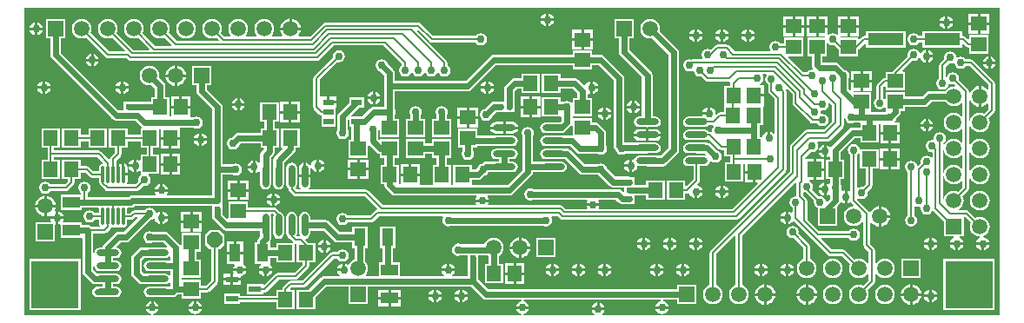
<source format=gbl>
G04 Layer_Physical_Order=2*
G04 Layer_Color=16711680*
%FSLAX25Y25*%
%MOIN*%
G70*
G01*
G75*
%ADD10R,0.05905X0.05512*%
%ADD11P,0.06392X8X112.5*%
%ADD17R,0.05512X0.05905*%
%ADD18O,0.02362X0.08661*%
%ADD20R,0.04528X0.02362*%
%ADD23C,0.02400*%
%ADD25C,0.00800*%
%ADD26R,0.18000X0.18000*%
%ADD27C,0.05905*%
%ADD28R,0.05905X0.05905*%
%ADD29R,0.05905X0.05905*%
%ADD30C,0.03000*%
%ADD31R,0.02400X0.02400*%
%ADD32R,0.02400X0.02400*%
%ADD33O,0.08661X0.02362*%
%ADD34R,0.03937X0.02362*%
%ADD35R,0.13780X0.04724*%
%ADD36R,0.04331X0.06693*%
%ADD37R,0.06693X0.04331*%
%ADD38O,0.01181X0.06693*%
G36*
X374016Y0D02*
X244795D01*
X244746Y500D01*
X245476Y645D01*
X246302Y1198D01*
X246855Y2025D01*
X246950Y2500D01*
X242051D01*
X242145Y2025D01*
X242698Y1198D01*
X243525Y645D01*
X244254Y500D01*
X244204Y0D01*
X221658D01*
X221507Y500D01*
X221802Y698D01*
X222355Y1524D01*
X222449Y2000D01*
X217550D01*
X217645Y1524D01*
X218198Y698D01*
X218493Y500D01*
X218342Y0D01*
X191296D01*
X191246Y500D01*
X191975Y645D01*
X192802Y1198D01*
X193355Y2025D01*
X193449Y2500D01*
X188550D01*
X188645Y2025D01*
X189198Y1198D01*
X190024Y645D01*
X190754Y500D01*
X190705Y0D01*
X65873D01*
X65751Y450D01*
X65751Y452D01*
X66194Y589D01*
X66475Y645D01*
X67302Y1198D01*
X67855Y2025D01*
X67949Y2500D01*
X63051D01*
X63145Y2025D01*
X63698Y1198D01*
X64525Y645D01*
X64806Y589D01*
X65249Y452D01*
X65249Y450D01*
X65127Y0D01*
X49373D01*
X49251Y450D01*
X49251Y452D01*
X49694Y589D01*
X49975Y645D01*
X50802Y1198D01*
X51355Y2025D01*
X51450Y2500D01*
X46551D01*
X46645Y2025D01*
X47198Y1198D01*
X48024Y645D01*
X48306Y589D01*
X48749Y452D01*
X48749Y450D01*
X48627Y0D01*
X0D01*
Y118110D01*
X374016D01*
Y0D01*
D02*
G37*
%LPC*%
G36*
X348000Y29950D02*
Y28000D01*
X349950D01*
X349855Y28475D01*
X349302Y29302D01*
X348476Y29855D01*
X348000Y29950D01*
D02*
G37*
G36*
X347000D02*
X346525Y29855D01*
X345698Y29302D01*
X345145Y28475D01*
X345051Y28000D01*
X347000D01*
Y29950D01*
D02*
G37*
G36*
X12000Y37000D02*
X10051D01*
X10145Y36525D01*
X10366Y36194D01*
X10130Y35753D01*
X4247D01*
Y28247D01*
X11753D01*
Y34706D01*
X12000Y34909D01*
Y37000D01*
D02*
G37*
G36*
X63500Y35437D02*
X60047D01*
Y32181D01*
X63500D01*
Y35437D01*
D02*
G37*
G36*
X258000Y29950D02*
Y28000D01*
X259949D01*
X259855Y28475D01*
X259302Y29302D01*
X258475Y29855D01*
X258000Y29950D01*
D02*
G37*
G36*
X247000D02*
X246525Y29855D01*
X245698Y29302D01*
X245145Y28475D01*
X245051Y28000D01*
X247000D01*
Y29950D01*
D02*
G37*
G36*
X238000D02*
Y28000D01*
X239949D01*
X239855Y28475D01*
X239302Y29302D01*
X238475Y29855D01*
X238000Y29950D01*
D02*
G37*
G36*
X257000D02*
X256524Y29855D01*
X255698Y29302D01*
X255145Y28475D01*
X255050Y28000D01*
X257000D01*
Y29950D01*
D02*
G37*
G36*
X248000D02*
Y28000D01*
X249950D01*
X249855Y28475D01*
X249302Y29302D01*
X248476Y29855D01*
X248000Y29950D01*
D02*
G37*
G36*
X67953Y35437D02*
X64500D01*
Y32181D01*
X67953D01*
Y35437D01*
D02*
G37*
G36*
X13000Y39950D02*
Y38000D01*
X14950D01*
X14855Y38475D01*
X14302Y39302D01*
X13476Y39855D01*
X13000Y39950D01*
D02*
G37*
G36*
X11921Y41500D02*
X8500D01*
Y38079D01*
X9032Y38149D01*
X9619Y38392D01*
X10057Y38032D01*
X10051Y38000D01*
X12000D01*
Y39950D01*
X11968Y39943D01*
X11608Y40381D01*
X11851Y40968D01*
X11921Y41500D01*
D02*
G37*
G36*
X53000Y39950D02*
Y38000D01*
X54949D01*
X54855Y38475D01*
X54302Y39302D01*
X53475Y39855D01*
X53000Y39950D01*
D02*
G37*
G36*
X7500Y41500D02*
X4079D01*
X4149Y40968D01*
X4547Y40007D01*
X5181Y39181D01*
X6007Y38547D01*
X6968Y38149D01*
X7500Y38079D01*
Y41500D01*
D02*
G37*
G36*
X292000Y39950D02*
X291525Y39855D01*
X290698Y39302D01*
X290145Y38475D01*
X290051Y38000D01*
X292000D01*
Y39950D01*
D02*
G37*
G36*
X54949Y37000D02*
X53000D01*
Y35050D01*
X53475Y35145D01*
X54302Y35698D01*
X54855Y36525D01*
X54949Y37000D01*
D02*
G37*
G36*
X331921Y37500D02*
X328500D01*
Y34079D01*
X329032Y34149D01*
X329993Y34547D01*
X330819Y35181D01*
X331453Y36007D01*
X331851Y36968D01*
X331921Y37500D01*
D02*
G37*
G36*
X292000Y37000D02*
X290051D01*
X290145Y36525D01*
X290698Y35698D01*
X291525Y35145D01*
X292000Y35050D01*
Y37000D01*
D02*
G37*
G36*
X67953Y39693D02*
X64500D01*
Y36437D01*
X67953D01*
Y39693D01*
D02*
G37*
G36*
X63500D02*
X60047D01*
Y36437D01*
X63500D01*
Y39693D01*
D02*
G37*
G36*
X249950Y27000D02*
X248000D01*
Y25051D01*
X248476Y25145D01*
X249302Y25698D01*
X249855Y26524D01*
X249950Y27000D01*
D02*
G37*
G36*
X247000D02*
X245051D01*
X245145Y26524D01*
X245698Y25698D01*
X246525Y25145D01*
X247000Y25051D01*
Y27000D01*
D02*
G37*
G36*
X257000D02*
X255050D01*
X255145Y26524D01*
X255698Y25698D01*
X256524Y25145D01*
X257000Y25051D01*
Y27000D01*
D02*
G37*
G36*
X347000D02*
X345051D01*
X345145Y26524D01*
X345698Y25698D01*
X346525Y25145D01*
X347000Y25051D01*
Y27000D01*
D02*
G37*
G36*
X259949D02*
X258000D01*
Y25051D01*
X258475Y25145D01*
X259302Y25698D01*
X259855Y26524D01*
X259949Y27000D01*
D02*
G37*
G36*
X80185Y28346D02*
X77520D01*
Y24500D01*
X80185D01*
Y28346D01*
D02*
G37*
G36*
X117449Y26000D02*
X115500D01*
Y24050D01*
X115975Y24145D01*
X116802Y24698D01*
X117355Y25525D01*
X117449Y26000D01*
D02*
G37*
G36*
X83850Y28346D02*
X81185D01*
Y24500D01*
X83850D01*
Y28346D01*
D02*
G37*
G36*
X239949Y27000D02*
X238000D01*
Y25051D01*
X238475Y25145D01*
X239302Y25698D01*
X239855Y26524D01*
X239949Y27000D01*
D02*
G37*
G36*
X237000D02*
X235051D01*
X235145Y26524D01*
X235698Y25698D01*
X236525Y25145D01*
X237000Y25051D01*
Y27000D01*
D02*
G37*
G36*
X190500Y29921D02*
Y26500D01*
X193921D01*
X193851Y27032D01*
X193453Y27993D01*
X192819Y28819D01*
X191993Y29453D01*
X191032Y29851D01*
X190500Y29921D01*
D02*
G37*
G36*
X189500D02*
X188968Y29851D01*
X188007Y29453D01*
X187181Y28819D01*
X186547Y27993D01*
X186149Y27032D01*
X186079Y26500D01*
X189500D01*
Y29921D01*
D02*
G37*
G36*
X114500Y28949D02*
X114024Y28855D01*
X113198Y28302D01*
X112645Y27476D01*
X112550Y27000D01*
X114500D01*
Y28949D01*
D02*
G37*
G36*
X237000Y29950D02*
X236525Y29855D01*
X235698Y29302D01*
X235145Y28475D01*
X235051Y28000D01*
X237000D01*
Y29950D01*
D02*
G37*
G36*
X115500Y28949D02*
Y27000D01*
X117449D01*
X117355Y27476D01*
X116802Y28302D01*
X115975Y28855D01*
X115500Y28949D01*
D02*
G37*
G36*
X357000Y27000D02*
X355050D01*
X355145Y26524D01*
X355698Y25698D01*
X356524Y25145D01*
X357000Y25051D01*
Y27000D01*
D02*
G37*
G36*
X349950D02*
X348000D01*
Y25051D01*
X348476Y25145D01*
X349302Y25698D01*
X349855Y26524D01*
X349950Y27000D01*
D02*
G37*
G36*
X359949D02*
X358000D01*
Y25051D01*
X358475Y25145D01*
X359302Y25698D01*
X359855Y26524D01*
X359949Y27000D01*
D02*
G37*
G36*
X369950D02*
X368000D01*
Y25051D01*
X368476Y25145D01*
X369302Y25698D01*
X369855Y26524D01*
X369950Y27000D01*
D02*
G37*
G36*
X367000D02*
X365051D01*
X365145Y26524D01*
X365698Y25698D01*
X366525Y25145D01*
X367000Y25051D01*
Y27000D01*
D02*
G37*
G36*
X131953Y55563D02*
X128500D01*
Y52307D01*
X131953D01*
Y55563D01*
D02*
G37*
G36*
X127500D02*
X124047D01*
Y52307D01*
X127500D01*
Y55563D01*
D02*
G37*
G36*
X71753Y95753D02*
X64247D01*
Y88247D01*
X65961D01*
Y86000D01*
X66116Y85220D01*
X66558Y84558D01*
X71961Y79155D01*
Y56000D01*
Y46039D01*
X54798D01*
X54531Y46539D01*
X54855Y47025D01*
X54949Y47500D01*
X50050D01*
X50145Y47025D01*
X50469Y46539D01*
X50202Y46039D01*
X41394D01*
X40614Y45884D01*
X39952Y45442D01*
X39864Y45354D01*
X24224D01*
Y47051D01*
X24658Y47342D01*
X25167Y48103D01*
X25345Y49000D01*
X25167Y49897D01*
X24658Y50658D01*
X23897Y51167D01*
X23000Y51345D01*
X22103Y51167D01*
X21342Y50658D01*
X20833Y49897D01*
X20655Y49000D01*
X20833Y48103D01*
X21342Y47342D01*
X21777Y47051D01*
Y46280D01*
X13854D01*
Y40350D01*
X22146D01*
Y41276D01*
X28253D01*
X28663Y40776D01*
X28645Y40685D01*
Y39224D01*
X26949D01*
X26658Y39658D01*
X25897Y40167D01*
X25000Y40345D01*
X24103Y40167D01*
X23342Y39658D01*
X22833Y38897D01*
X22655Y38000D01*
X22833Y37103D01*
X23342Y36342D01*
X24103Y35833D01*
X25000Y35655D01*
X25897Y35833D01*
X26658Y36342D01*
X26949Y36777D01*
X28645D01*
Y35173D01*
X28753Y34631D01*
X28901Y34409D01*
X28634Y33909D01*
X25903D01*
X25757Y34127D01*
X25095Y34569D01*
X24315Y34724D01*
X22146D01*
Y35650D01*
X14872D01*
X14605Y36150D01*
X14855Y36525D01*
X14950Y37000D01*
X13000D01*
Y35050D01*
X13353Y35121D01*
X13854Y34842D01*
Y29720D01*
X22146D01*
X22276Y29273D01*
Y16685D01*
X22431Y15905D01*
X22873Y15243D01*
X25558Y12558D01*
X26220Y12116D01*
X27000Y11961D01*
X29961D01*
Y11039D01*
X28000D01*
X27220Y10884D01*
X26558Y10442D01*
X26116Y9780D01*
X25961Y9000D01*
X26116Y8220D01*
X26558Y7558D01*
X27220Y7116D01*
X28000Y6961D01*
X32000D01*
X32097Y6980D01*
X35150D01*
X35923Y7134D01*
X36578Y7572D01*
X37016Y8227D01*
X37170Y9000D01*
X37016Y9773D01*
X36578Y10428D01*
X35923Y10866D01*
X35150Y11020D01*
X34039D01*
Y11980D01*
X35150D01*
X35923Y12134D01*
X36578Y12572D01*
X37016Y13227D01*
X37170Y14000D01*
X37016Y14773D01*
X36578Y15428D01*
X35923Y15866D01*
X35150Y16020D01*
X32097D01*
X32000Y16039D01*
X27845D01*
X26354Y17530D01*
Y18832D01*
X26854Y18881D01*
X26984Y18227D01*
X27422Y17572D01*
X28077Y17134D01*
X28850Y16980D01*
X31903D01*
X32000Y16961D01*
X32097Y16980D01*
X35150D01*
X35923Y17134D01*
X36578Y17572D01*
X37016Y18227D01*
X37170Y19000D01*
X37016Y19773D01*
X36578Y20428D01*
X35923Y20866D01*
X35150Y21020D01*
X34039D01*
Y21980D01*
X35150D01*
X35923Y22134D01*
X36578Y22572D01*
X37016Y23227D01*
X37170Y24000D01*
X37016Y24773D01*
X36578Y25428D01*
X35923Y25866D01*
X35534Y25943D01*
X35370Y26486D01*
X36845Y27961D01*
X39000D01*
X39780Y28116D01*
X40442Y28558D01*
X48673Y36789D01*
X48897Y36833D01*
X49494Y37232D01*
X49979Y37091D01*
X50042Y37043D01*
X50145Y36525D01*
X50698Y35698D01*
X51525Y35145D01*
X52000Y35050D01*
Y37500D01*
Y39950D01*
X51525Y39855D01*
X50783Y39360D01*
X50426Y39432D01*
X50242Y39520D01*
X50167Y39897D01*
X49658Y40658D01*
X48897Y41167D01*
X48000Y41345D01*
X47103Y41167D01*
X46342Y40658D01*
X46051Y40224D01*
X42000D01*
X41532Y40130D01*
X41135Y39865D01*
X40422Y39153D01*
X39355D01*
Y40685D01*
X39337Y40776D01*
X39747Y41276D01*
X40709D01*
X41489Y41431D01*
X42151Y41873D01*
X42239Y41961D01*
X72000D01*
Y40997D01*
X71961Y40800D01*
Y38000D01*
X72116Y37220D01*
X72558Y36558D01*
X76007Y33109D01*
X76669Y32667D01*
X77449Y32512D01*
X90461D01*
Y30345D01*
X89873Y29757D01*
X89431Y29095D01*
X89276Y28315D01*
Y28146D01*
X88350D01*
Y19854D01*
X90661D01*
X90806Y19375D01*
X90698Y19302D01*
X90145Y18475D01*
X90051Y18000D01*
X94950D01*
X94855Y18475D01*
X94302Y19302D01*
X94145Y19408D01*
X94280Y19854D01*
X94280D01*
Y21961D01*
X96507D01*
Y20247D01*
X103619D01*
Y27257D01*
X103965Y27554D01*
X104314Y27481D01*
X104381Y27420D01*
Y20247D01*
X106713D01*
Y19444D01*
X103493Y16224D01*
X97000D01*
X96532Y16130D01*
X96135Y15865D01*
X91993Y11723D01*
X91493Y11930D01*
Y11981D01*
X85365D01*
Y8019D01*
X91493D01*
Y8777D01*
X92000D01*
X92468Y8870D01*
X92865Y9135D01*
X97507Y13777D01*
X104000D01*
X104468Y13870D01*
X104865Y14135D01*
X108802Y18072D01*
X109067Y18469D01*
X109160Y18937D01*
Y20247D01*
X111493D01*
Y27753D01*
X108919D01*
X108802Y27928D01*
X107799Y28931D01*
X107964Y29474D01*
X108273Y29535D01*
X108928Y29973D01*
X109366Y30629D01*
X109520Y31402D01*
Y32512D01*
X114604D01*
X118558Y28558D01*
X119220Y28116D01*
X120000Y27961D01*
X125720D01*
Y25854D01*
X126646D01*
Y21501D01*
X126107Y21278D01*
X125323Y20676D01*
X124722Y19893D01*
X124623Y19654D01*
X124016Y19494D01*
X123476Y19855D01*
X123000Y19950D01*
Y17500D01*
X122500D01*
Y17000D01*
X120051D01*
X120145Y16524D01*
X120698Y15698D01*
X120935Y15539D01*
X120783Y15039D01*
X114937D01*
X114157Y14884D01*
X113495Y14442D01*
X113495Y14442D01*
X108806Y9753D01*
X104381D01*
Y2247D01*
X111493D01*
Y6672D01*
X115782Y10961D01*
X124247D01*
Y4247D01*
X131753D01*
Y10961D01*
X171155D01*
X175558Y6558D01*
X176220Y6116D01*
X177000Y5961D01*
X190507D01*
X190557Y5461D01*
X190024Y5355D01*
X189198Y4802D01*
X188645Y3976D01*
X188550Y3500D01*
X193449D01*
X193355Y3976D01*
X192802Y4802D01*
X191975Y5355D01*
X191443Y5461D01*
X191492Y5961D01*
X244007D01*
X244057Y5461D01*
X243525Y5355D01*
X242698Y4802D01*
X242145Y3976D01*
X242051Y3500D01*
X246950D01*
X246855Y3976D01*
X246302Y4802D01*
X245476Y5355D01*
X244943Y5461D01*
X244992Y5961D01*
X250247D01*
Y4247D01*
X257753D01*
Y11753D01*
X250247D01*
Y10039D01*
X177845D01*
X174039Y13845D01*
Y22000D01*
X174000Y22197D01*
Y23161D01*
X177535D01*
X177961Y22835D01*
Y19753D01*
X176570D01*
Y12247D01*
X183682D01*
Y19753D01*
X182039D01*
Y22835D01*
X182676Y23324D01*
X183278Y24107D01*
X183656Y25020D01*
X183785Y26000D01*
X183656Y26980D01*
X183278Y27893D01*
X182676Y28677D01*
X181893Y29278D01*
X180980Y29656D01*
X180000Y29785D01*
X179020Y29656D01*
X178107Y29278D01*
X177323Y28677D01*
X176722Y27893D01*
X176451Y27239D01*
X167288D01*
X167097Y27367D01*
X166200Y27545D01*
X165303Y27367D01*
X164542Y26858D01*
X164033Y26097D01*
X163855Y25200D01*
X164033Y24303D01*
X164542Y23542D01*
X165303Y23033D01*
X166200Y22855D01*
X167097Y23033D01*
X167288Y23161D01*
X170000D01*
Y22197D01*
X169961Y22000D01*
Y15039D01*
X164217D01*
X164065Y15539D01*
X164302Y15698D01*
X164855Y16524D01*
X164950Y17000D01*
X160050D01*
X160145Y16524D01*
X160698Y15698D01*
X160935Y15539D01*
X160783Y15039D01*
X144147D01*
Y20280D01*
X141354D01*
Y25854D01*
X142280D01*
Y34146D01*
X136350D01*
Y25854D01*
X137276D01*
Y20280D01*
X135854D01*
Y15039D01*
X131089D01*
X130842Y15539D01*
X131278Y16107D01*
X131656Y17020D01*
X131785Y18000D01*
X131656Y18980D01*
X131278Y19893D01*
X130724Y20614D01*
Y25854D01*
X131650D01*
Y34146D01*
X125720D01*
Y32039D01*
X120845D01*
X116891Y35993D01*
X116229Y36435D01*
X115449Y36590D01*
X109520D01*
Y37701D01*
X109366Y38474D01*
X108928Y39129D01*
X108273Y39567D01*
X107500Y39721D01*
X106727Y39567D01*
X106072Y39129D01*
X105634Y38474D01*
X105480Y37701D01*
Y34648D01*
X105461Y34551D01*
X105480Y34454D01*
Y31402D01*
X105615Y30724D01*
X105349Y30224D01*
X104697D01*
X104504Y30459D01*
X104374Y30669D01*
X104520Y31402D01*
Y37701D01*
X104366Y38474D01*
X103928Y39129D01*
X103273Y39567D01*
X102500Y39721D01*
X101727Y39567D01*
X101072Y39129D01*
X100634Y38474D01*
X100480Y37701D01*
Y31402D01*
X100634Y30629D01*
X101072Y29973D01*
X101727Y29535D01*
X101736Y29534D01*
X103017Y28253D01*
X102862Y27787D01*
X102835Y27753D01*
X96507D01*
Y26039D01*
X94280D01*
Y28146D01*
X94280D01*
X94156Y28379D01*
X94384Y28720D01*
X94539Y29500D01*
Y34551D01*
X94520Y34648D01*
Y37701D01*
X94380Y38403D01*
X94531Y38783D01*
X94595Y38903D01*
X95363D01*
X95670Y38528D01*
X95634Y38474D01*
X95480Y37701D01*
Y31402D01*
X95634Y30629D01*
X96072Y29973D01*
X96727Y29535D01*
X97500Y29382D01*
X98273Y29535D01*
X98928Y29973D01*
X99366Y30629D01*
X99520Y31402D01*
Y37701D01*
X99366Y38474D01*
X98928Y39129D01*
X98273Y39567D01*
X98136Y39594D01*
X96739Y40991D01*
X96342Y41256D01*
X95874Y41350D01*
X85753D01*
Y43682D01*
X78247D01*
Y37290D01*
X77785Y37099D01*
X76039Y38845D01*
Y40800D01*
X76000Y40997D01*
Y43803D01*
X76039Y44000D01*
Y53961D01*
X79912D01*
X80103Y53834D01*
X81000Y53655D01*
X81897Y53834D01*
X82658Y54342D01*
X83166Y55103D01*
X83345Y56000D01*
X83166Y56897D01*
X82658Y57658D01*
X81897Y58166D01*
X81000Y58345D01*
X80103Y58166D01*
X79912Y58039D01*
X76039D01*
Y80000D01*
X75884Y80780D01*
X75442Y81442D01*
X70039Y86845D01*
Y88247D01*
X71753D01*
Y95753D01*
D02*
G37*
G36*
X55500Y57500D02*
X52244D01*
Y54047D01*
X55500D01*
Y57500D01*
D02*
G37*
G36*
X107000Y58723D02*
X106649Y58653D01*
X105928Y58171D01*
X105446Y57450D01*
X105276Y56598D01*
Y53949D01*
X107000D01*
Y58723D01*
D02*
G37*
G36*
X85953Y51756D02*
X82500D01*
Y48500D01*
X85953D01*
Y51756D01*
D02*
G37*
G36*
X53000Y50450D02*
Y48500D01*
X54949D01*
X54855Y48976D01*
X54302Y49802D01*
X53475Y50355D01*
X53000Y50450D01*
D02*
G37*
G36*
X65000Y5449D02*
X64525Y5355D01*
X63698Y4802D01*
X63145Y3976D01*
X63051Y3500D01*
X65000D01*
Y5449D01*
D02*
G37*
G36*
X49500D02*
Y3500D01*
X51450D01*
X51355Y3976D01*
X50802Y4802D01*
X49975Y5355D01*
X49500Y5449D01*
D02*
G37*
G36*
X279437Y54500D02*
X276181D01*
Y51047D01*
X279437D01*
Y54500D01*
D02*
G37*
G36*
X114950Y57000D02*
X113000D01*
Y55050D01*
X113476Y55145D01*
X114302Y55698D01*
X114855Y56524D01*
X114950Y57000D01*
D02*
G37*
G36*
X220500Y4950D02*
Y3000D01*
X222449D01*
X222355Y3475D01*
X221802Y4302D01*
X220975Y4855D01*
X220500Y4950D01*
D02*
G37*
G36*
X232000Y57000D02*
X230050D01*
X230145Y56524D01*
X230698Y55698D01*
X231524Y55145D01*
X232000Y55050D01*
Y57000D01*
D02*
G37*
G36*
X335630Y59500D02*
X332374D01*
Y56047D01*
X335630D01*
Y59500D01*
D02*
G37*
G36*
X331374D02*
X328118D01*
Y56047D01*
X331374D01*
Y59500D01*
D02*
G37*
G36*
X147437Y57953D02*
X144181D01*
Y54500D01*
X147437D01*
Y57953D01*
D02*
G37*
G36*
X59756Y57500D02*
X56500D01*
Y54047D01*
X59756D01*
Y57500D01*
D02*
G37*
G36*
X151693Y57953D02*
X148437D01*
Y54500D01*
X151693D01*
Y57953D01*
D02*
G37*
G36*
X48500Y5449D02*
X48024Y5355D01*
X47198Y4802D01*
X46645Y3976D01*
X46551Y3500D01*
X48500D01*
Y5449D01*
D02*
G37*
G36*
X87500Y56500D02*
X85550D01*
X85645Y56024D01*
X86198Y55198D01*
X87024Y54645D01*
X87500Y54550D01*
Y56500D01*
D02*
G37*
G36*
X81500Y47500D02*
X78047D01*
Y44244D01*
X81500D01*
Y47500D01*
D02*
G37*
G36*
X8500Y45921D02*
Y42500D01*
X11921D01*
X11851Y43032D01*
X11453Y43993D01*
X10819Y44819D01*
X9993Y45453D01*
X9032Y45851D01*
X8500Y45921D01*
D02*
G37*
G36*
X85953Y47500D02*
X82500D01*
Y44244D01*
X85953D01*
Y47500D01*
D02*
G37*
G36*
X96000Y46949D02*
Y45000D01*
X97949D01*
X97855Y45476D01*
X97302Y46302D01*
X96475Y46855D01*
X96000Y46949D01*
D02*
G37*
G36*
X95000D02*
X94525Y46855D01*
X93698Y46302D01*
X93145Y45476D01*
X93050Y45000D01*
X95000D01*
Y46949D01*
D02*
G37*
G36*
X366417Y47840D02*
X365438Y47711D01*
X364525Y47333D01*
X363741Y46732D01*
X363139Y45948D01*
X362761Y45035D01*
X362632Y44055D01*
X362761Y43075D01*
X363139Y42163D01*
X363741Y41379D01*
X364525Y40777D01*
X365438Y40399D01*
X366417Y40270D01*
X367397Y40399D01*
X368310Y40777D01*
X369094Y41379D01*
X369695Y42163D01*
X370074Y43075D01*
X370202Y44055D01*
X370074Y45035D01*
X369695Y45948D01*
X369094Y46732D01*
X368310Y47333D01*
X367397Y47711D01*
X366417Y47840D01*
D02*
G37*
G36*
X328500Y41921D02*
Y38500D01*
X331921D01*
X331851Y39032D01*
X331453Y39993D01*
X330819Y40819D01*
X329993Y41453D01*
X329032Y41851D01*
X328500Y41921D01*
D02*
G37*
G36*
X95000Y44000D02*
X93050D01*
X93145Y43525D01*
X93698Y42698D01*
X94525Y42145D01*
X95000Y42050D01*
Y44000D01*
D02*
G37*
G36*
X7500Y45921D02*
X6968Y45851D01*
X6007Y45453D01*
X5181Y44819D01*
X4547Y43993D01*
X4149Y43032D01*
X4079Y42500D01*
X7500D01*
Y45921D01*
D02*
G37*
G36*
X97949Y44000D02*
X96000D01*
Y42050D01*
X96475Y42145D01*
X97302Y42698D01*
X97855Y43525D01*
X97949Y44000D01*
D02*
G37*
G36*
X268000Y49949D02*
Y48000D01*
X269950D01*
X269855Y48476D01*
X269302Y49302D01*
X268476Y49855D01*
X268000Y49949D01*
D02*
G37*
G36*
X267000D02*
X266525Y49855D01*
X265698Y49302D01*
X265145Y48476D01*
X265051Y48000D01*
X267000D01*
Y49949D01*
D02*
G37*
G36*
X105493Y71753D02*
X98381D01*
Y64247D01*
X98710D01*
X98901Y63785D01*
X96058Y60942D01*
X95616Y60280D01*
X95461Y59500D01*
Y53449D01*
X95480Y53352D01*
Y50299D01*
X95634Y49526D01*
X96072Y48871D01*
X96727Y48433D01*
X97500Y48279D01*
X98273Y48433D01*
X98928Y48871D01*
X99366Y49526D01*
X99520Y50299D01*
Y53352D01*
X99539Y53449D01*
Y58655D01*
X103379Y62495D01*
X103821Y63157D01*
X103976Y63937D01*
Y64247D01*
X105493D01*
Y71753D01*
D02*
G37*
G36*
X52000Y50450D02*
X51525Y50355D01*
X50698Y49802D01*
X50145Y48976D01*
X50050Y48500D01*
X52000D01*
Y50450D01*
D02*
G37*
G36*
X81500Y51756D02*
X78047D01*
Y48500D01*
X81500D01*
Y51756D01*
D02*
G37*
G36*
X267000Y47000D02*
X265051D01*
X265145Y46525D01*
X265698Y45698D01*
X266525Y45145D01*
X267000Y45050D01*
Y47000D01*
D02*
G37*
G36*
X259949D02*
X258000D01*
Y45050D01*
X258475Y45145D01*
X259302Y45698D01*
X259855Y46525D01*
X259949Y47000D01*
D02*
G37*
G36*
X269950D02*
X268000D01*
Y45050D01*
X268476Y45145D01*
X269302Y45698D01*
X269855Y46525D01*
X269950Y47000D01*
D02*
G37*
G36*
X208000Y64039D02*
X202898D01*
X202801Y64020D01*
X199748D01*
X198975Y63866D01*
X198320Y63428D01*
X197882Y62773D01*
X197728Y62000D01*
X197882Y61227D01*
X198320Y60572D01*
X198975Y60134D01*
X199748Y59980D01*
X202801D01*
X202898Y59961D01*
X207155D01*
X212558Y54558D01*
X213220Y54116D01*
X214000Y53961D01*
X219912D01*
X220103Y53834D01*
X220327Y53789D01*
X224358Y49758D01*
X224358Y49758D01*
X225020Y49316D01*
X225800Y49161D01*
X225800Y49161D01*
X230000D01*
Y48197D01*
X229961Y48000D01*
X230000Y47803D01*
Y47537D01*
X229538Y47346D01*
X228942Y47942D01*
X228280Y48384D01*
X227500Y48539D01*
X195088D01*
X194897Y48667D01*
X194000Y48845D01*
X193103Y48667D01*
X192342Y48158D01*
X191833Y47397D01*
X191655Y46500D01*
X191833Y45603D01*
X192342Y44842D01*
X193103Y44333D01*
X194000Y44155D01*
X194897Y44333D01*
X195088Y44461D01*
X215702D01*
X215969Y43961D01*
X215645Y43475D01*
X215550Y43000D01*
X220449D01*
X220355Y43475D01*
X220031Y43961D01*
X220298Y44461D01*
X226655D01*
X227758Y43358D01*
X228420Y42916D01*
X229200Y42761D01*
X232000D01*
X232197Y42800D01*
X234000D01*
Y44603D01*
X234039Y44800D01*
X234000Y44997D01*
Y45961D01*
X238444D01*
Y44247D01*
X245556D01*
Y51753D01*
X238444D01*
Y50039D01*
X234000D01*
Y51003D01*
X234039Y51200D01*
X234000Y51397D01*
Y53200D01*
X232197D01*
X232000Y53239D01*
X226645D01*
X223211Y56673D01*
X223167Y56897D01*
X222658Y57658D01*
X221897Y58166D01*
X221000Y58345D01*
X220103Y58166D01*
X219912Y58039D01*
X214845D01*
X209442Y63442D01*
X208780Y63884D01*
X208000Y64039D01*
D02*
G37*
G36*
X66000Y5449D02*
Y3500D01*
X67949D01*
X67855Y3976D01*
X67302Y4802D01*
X66475Y5355D01*
X66000Y5449D01*
D02*
G37*
G36*
X283500Y11921D02*
X282968Y11851D01*
X282007Y11453D01*
X281181Y10819D01*
X280547Y9993D01*
X280149Y9032D01*
X280079Y8500D01*
X283500D01*
Y11921D01*
D02*
G37*
G36*
X299500D02*
X298968Y11851D01*
X298007Y11453D01*
X297181Y10819D01*
X296547Y9993D01*
X296149Y9032D01*
X296079Y8500D01*
X299500D01*
Y11921D01*
D02*
G37*
G36*
X284500D02*
Y8500D01*
X287921D01*
X287851Y9032D01*
X287453Y9993D01*
X286819Y10819D01*
X285993Y11453D01*
X285032Y11851D01*
X284500Y11921D01*
D02*
G37*
G36*
X300500D02*
Y8500D01*
X303921D01*
X303851Y9032D01*
X303453Y9993D01*
X302819Y10819D01*
X301993Y11453D01*
X301032Y11851D01*
X300500Y11921D01*
D02*
G37*
G36*
X340500D02*
Y8500D01*
X343921D01*
X343851Y9032D01*
X343453Y9993D01*
X342819Y10819D01*
X341993Y11453D01*
X341032Y11851D01*
X340500Y11921D01*
D02*
G37*
G36*
X168000Y9950D02*
Y8000D01*
X169949D01*
X169855Y8475D01*
X169302Y9302D01*
X168475Y9855D01*
X168000Y9950D01*
D02*
G37*
G36*
X167000D02*
X166525Y9855D01*
X165698Y9302D01*
X165145Y8475D01*
X165050Y8000D01*
X167000D01*
Y9950D01*
D02*
G37*
G36*
X347000D02*
X346525Y9855D01*
X345698Y9302D01*
X345145Y8475D01*
X345051Y8000D01*
X347000D01*
Y9950D01*
D02*
G37*
G36*
X339500Y11921D02*
X338968Y11851D01*
X338007Y11453D01*
X337181Y10819D01*
X336547Y9993D01*
X336149Y9032D01*
X336079Y8500D01*
X339500D01*
Y11921D01*
D02*
G37*
G36*
X348000Y9950D02*
Y8000D01*
X349950D01*
X349855Y8475D01*
X349302Y9302D01*
X348476Y9855D01*
X348000Y9950D01*
D02*
G37*
G36*
X310000Y21785D02*
X309020Y21656D01*
X308107Y21278D01*
X307324Y20676D01*
X306722Y19893D01*
X306344Y18980D01*
X306215Y18000D01*
X306344Y17020D01*
X306722Y16107D01*
X307324Y15324D01*
X308107Y14722D01*
X309020Y14344D01*
X310000Y14215D01*
X310980Y14344D01*
X311893Y14722D01*
X312677Y15324D01*
X313278Y16107D01*
X313656Y17020D01*
X313785Y18000D01*
X313656Y18980D01*
X313278Y19893D01*
X312677Y20676D01*
X311893Y21278D01*
X310980Y21656D01*
X310000Y21785D01*
D02*
G37*
G36*
X294500Y34345D02*
X293603Y34167D01*
X292842Y33658D01*
X292333Y32897D01*
X292155Y32000D01*
X292333Y31103D01*
X292842Y30342D01*
X293603Y29833D01*
X294500Y29655D01*
X295013Y29757D01*
X298777Y25993D01*
Y21555D01*
X298107Y21278D01*
X297323Y20676D01*
X296722Y19893D01*
X296344Y18980D01*
X296215Y18000D01*
X296344Y17020D01*
X296722Y16107D01*
X297323Y15324D01*
X298107Y14722D01*
X299020Y14344D01*
X300000Y14215D01*
X300980Y14344D01*
X301893Y14722D01*
X302677Y15324D01*
X303278Y16107D01*
X303656Y17020D01*
X303785Y18000D01*
X303656Y18980D01*
X303278Y19893D01*
X302677Y20676D01*
X301893Y21278D01*
X301223Y21555D01*
Y26500D01*
X301130Y26968D01*
X300865Y27365D01*
X296743Y31487D01*
X296845Y32000D01*
X296667Y32897D01*
X296158Y33658D01*
X295397Y34167D01*
X294500Y34345D01*
D02*
G37*
G36*
X79071Y15921D02*
X76307D01*
Y14240D01*
X79071D01*
Y15921D01*
D02*
G37*
G36*
X343753Y21753D02*
X336247D01*
Y14247D01*
X343753D01*
Y21753D01*
D02*
G37*
G36*
X84949Y17000D02*
X80050D01*
X80145Y16524D01*
X80253Y16362D01*
X80071Y16021D01*
Y14240D01*
X82835D01*
Y15018D01*
X83476Y15145D01*
X84302Y15698D01*
X84855Y16524D01*
X84949Y17000D01*
D02*
G37*
G36*
X79071Y13240D02*
X76307D01*
Y11559D01*
X79071D01*
Y13240D01*
D02*
G37*
G36*
X74876Y32753D02*
X71124D01*
X69247Y30876D01*
Y27124D01*
X71124Y25247D01*
X71776D01*
Y13507D01*
X69556Y11287D01*
X67753D01*
Y13619D01*
X60371D01*
X60154Y14000D01*
X60371Y14381D01*
X60539D01*
X67753D01*
Y21493D01*
X66039D01*
Y24507D01*
X67753D01*
Y31619D01*
X60247D01*
Y27137D01*
X59747Y26985D01*
X59442Y27442D01*
X55442Y31442D01*
X54780Y31884D01*
X54000Y32039D01*
X49088D01*
X48897Y32167D01*
X48000Y32345D01*
X47103Y32167D01*
X46342Y31658D01*
X45833Y30897D01*
X45655Y30000D01*
X45833Y29103D01*
X46342Y28342D01*
X47103Y27833D01*
X48000Y27655D01*
X48897Y27833D01*
X49088Y27961D01*
X53155D01*
X54720Y26396D01*
X54474Y25935D01*
X54047Y26020D01*
X50994D01*
X50898Y26039D01*
X45000D01*
X44220Y25884D01*
X43558Y25442D01*
X41558Y23442D01*
X41116Y22780D01*
X40961Y22000D01*
Y16000D01*
X41116Y15220D01*
X41558Y14558D01*
X43558Y12558D01*
X44220Y12116D01*
X45000Y11961D01*
X50898D01*
X50994Y11980D01*
X54047D01*
X54820Y12134D01*
X55461Y12562D01*
X55551Y12545D01*
X55961Y12398D01*
Y11039D01*
X50898D01*
X50801Y11020D01*
X47748D01*
X46975Y10866D01*
X46320Y10428D01*
X45882Y9773D01*
X45728Y9000D01*
X45882Y8227D01*
X46320Y7572D01*
X46975Y7134D01*
X47748Y6980D01*
X50801D01*
X50898Y6961D01*
X57000D01*
X57780Y7116D01*
X58442Y7558D01*
X58845Y7961D01*
X60247D01*
Y6507D01*
X67753D01*
Y8839D01*
X70063D01*
X70531Y8933D01*
X70928Y9198D01*
X73865Y12135D01*
X74130Y12532D01*
X74224Y13000D01*
Y25247D01*
X74876D01*
X76753Y27124D01*
Y30876D01*
X74876Y32753D01*
D02*
G37*
G36*
X82835Y13240D02*
X80071D01*
Y11559D01*
X82835D01*
Y13240D01*
D02*
G37*
G36*
X191756Y15500D02*
X188500D01*
Y12047D01*
X191756D01*
Y15500D01*
D02*
G37*
G36*
X187500D02*
X184244D01*
Y12047D01*
X187500D01*
Y15500D01*
D02*
G37*
G36*
X303921Y7500D02*
X300500D01*
Y4079D01*
X301032Y4149D01*
X301993Y4547D01*
X302819Y5181D01*
X303453Y6007D01*
X303851Y6968D01*
X303921Y7500D01*
D02*
G37*
G36*
X287921D02*
X284500D01*
Y4079D01*
X285032Y4149D01*
X285993Y4547D01*
X286819Y5181D01*
X287453Y6007D01*
X287851Y6968D01*
X287921Y7500D01*
D02*
G37*
G36*
X343921D02*
X340500D01*
Y4079D01*
X341032Y4149D01*
X341993Y4547D01*
X342819Y5181D01*
X343453Y6007D01*
X343851Y6968D01*
X343921Y7500D01*
D02*
G37*
G36*
X330000Y11785D02*
X329020Y11656D01*
X328107Y11278D01*
X327324Y10677D01*
X326722Y9893D01*
X326344Y8980D01*
X326215Y8000D01*
X326344Y7020D01*
X326722Y6107D01*
X327324Y5324D01*
X328107Y4722D01*
X329020Y4344D01*
X330000Y4215D01*
X330980Y4344D01*
X331893Y4722D01*
X332677Y5324D01*
X333278Y6107D01*
X333656Y7020D01*
X333785Y8000D01*
X333656Y8980D01*
X333278Y9893D01*
X332677Y10677D01*
X331893Y11278D01*
X330980Y11656D01*
X330000Y11785D01*
D02*
G37*
G36*
X310000D02*
X309020Y11656D01*
X308107Y11278D01*
X307324Y10677D01*
X306722Y9893D01*
X306344Y8980D01*
X306215Y8000D01*
X306344Y7020D01*
X306722Y6107D01*
X307324Y5324D01*
X308107Y4722D01*
X309020Y4344D01*
X310000Y4215D01*
X310980Y4344D01*
X311893Y4722D01*
X312677Y5324D01*
X313278Y6107D01*
X313656Y7020D01*
X313785Y8000D01*
X313656Y8980D01*
X313278Y9893D01*
X312677Y10677D01*
X311893Y11278D01*
X310980Y11656D01*
X310000Y11785D01*
D02*
G37*
G36*
X144346Y6185D02*
X140500D01*
Y3520D01*
X144346D01*
Y6185D01*
D02*
G37*
G36*
X139500D02*
X135653D01*
Y3520D01*
X139500D01*
Y6185D01*
D02*
G37*
G36*
X299500Y7500D02*
X296079D01*
X296149Y6968D01*
X296547Y6007D01*
X297181Y5181D01*
X298007Y4547D01*
X298968Y4149D01*
X299500Y4079D01*
Y7500D01*
D02*
G37*
G36*
X283500D02*
X280079D01*
X280149Y6968D01*
X280547Y6007D01*
X281181Y5181D01*
X282007Y4547D01*
X282968Y4149D01*
X283500Y4079D01*
Y7500D01*
D02*
G37*
G36*
X339500D02*
X336079D01*
X336149Y6968D01*
X336547Y6007D01*
X337181Y5181D01*
X338007Y4547D01*
X338968Y4149D01*
X339500Y4079D01*
Y7500D01*
D02*
G37*
G36*
X139500Y9850D02*
X135653D01*
Y7185D01*
X139500D01*
Y9850D01*
D02*
G37*
G36*
X349950Y7000D02*
X348000D01*
Y5051D01*
X348476Y5145D01*
X349302Y5698D01*
X349855Y6525D01*
X349950Y7000D01*
D02*
G37*
G36*
X144346Y9850D02*
X140500D01*
Y7185D01*
X144346D01*
Y9850D01*
D02*
G37*
G36*
X158000Y9950D02*
Y8000D01*
X159950D01*
X159855Y8475D01*
X159302Y9302D01*
X158475Y9855D01*
X158000Y9950D01*
D02*
G37*
G36*
X157000D02*
X156525Y9855D01*
X155698Y9302D01*
X155145Y8475D01*
X155051Y8000D01*
X157000D01*
Y9950D01*
D02*
G37*
G36*
X159950Y7000D02*
X158000D01*
Y5051D01*
X158475Y5145D01*
X159302Y5698D01*
X159855Y6525D01*
X159950Y7000D01*
D02*
G37*
G36*
X157000D02*
X155051D01*
X155145Y6525D01*
X155698Y5698D01*
X156525Y5145D01*
X157000Y5051D01*
Y7000D01*
D02*
G37*
G36*
X167000D02*
X165050D01*
X165145Y6525D01*
X165698Y5698D01*
X166525Y5145D01*
X167000Y5051D01*
Y7000D01*
D02*
G37*
G36*
X347000D02*
X345051D01*
X345145Y6525D01*
X345698Y5698D01*
X346525Y5145D01*
X347000Y5051D01*
Y7000D01*
D02*
G37*
G36*
X169949D02*
X168000D01*
Y5051D01*
X168475Y5145D01*
X169302Y5698D01*
X169855Y6525D01*
X169949Y7000D01*
D02*
G37*
G36*
X92000Y17000D02*
X90051D01*
X90145Y16524D01*
X90698Y15698D01*
X91524Y15145D01*
X92000Y15051D01*
Y17000D01*
D02*
G37*
G36*
X223000Y19950D02*
Y18000D01*
X224950D01*
X224855Y18475D01*
X224302Y19302D01*
X223476Y19855D01*
X223000Y19950D01*
D02*
G37*
G36*
X222000D02*
X221525Y19855D01*
X220698Y19302D01*
X220145Y18475D01*
X220051Y18000D01*
X222000D01*
Y19950D01*
D02*
G37*
G36*
X242000D02*
X241525Y19855D01*
X240698Y19302D01*
X240145Y18475D01*
X240051Y18000D01*
X242000D01*
Y19950D01*
D02*
G37*
G36*
X252000D02*
X251524Y19855D01*
X250698Y19302D01*
X250145Y18475D01*
X250050Y18000D01*
X252000D01*
Y19950D01*
D02*
G37*
G36*
X243000D02*
Y18000D01*
X244950D01*
X244855Y18475D01*
X244302Y19302D01*
X243476Y19855D01*
X243000Y19950D01*
D02*
G37*
G36*
X202000D02*
X201524Y19855D01*
X200698Y19302D01*
X200145Y18475D01*
X200050Y18000D01*
X202000D01*
Y19950D01*
D02*
G37*
G36*
X163000D02*
Y18000D01*
X164950D01*
X164855Y18475D01*
X164302Y19302D01*
X163476Y19855D01*
X163000Y19950D01*
D02*
G37*
G36*
X203000D02*
Y18000D01*
X204949D01*
X204855Y18475D01*
X204302Y19302D01*
X203475Y19855D01*
X203000Y19950D01*
D02*
G37*
G36*
X213000D02*
Y18000D01*
X214949D01*
X214855Y18475D01*
X214302Y19302D01*
X213475Y19855D01*
X213000Y19950D01*
D02*
G37*
G36*
X212000D02*
X211525Y19855D01*
X210698Y19302D01*
X210145Y18475D01*
X210051Y18000D01*
X212000D01*
Y19950D01*
D02*
G37*
G36*
X189500Y25500D02*
X186079D01*
X186149Y24968D01*
X186547Y24007D01*
X187181Y23181D01*
X188007Y22547D01*
X188968Y22149D01*
X189500Y22079D01*
Y25500D01*
D02*
G37*
G36*
X122000Y25345D02*
X121103Y25167D01*
X120342Y24658D01*
X120051Y24224D01*
X118000D01*
X117532Y24130D01*
X117135Y23865D01*
X106493Y13224D01*
X102000D01*
X101532Y13130D01*
X101135Y12865D01*
X99198Y10928D01*
X98933Y10531D01*
X98839Y10063D01*
Y9753D01*
X96507D01*
Y7483D01*
X82635D01*
Y8241D01*
X76507D01*
Y4279D01*
X82635D01*
Y5036D01*
X96507D01*
Y2247D01*
X103619D01*
Y9753D01*
X102136D01*
X101945Y10215D01*
X102507Y10776D01*
X107000D01*
X107468Y10870D01*
X107865Y11135D01*
X118507Y21777D01*
X120051D01*
X120342Y21342D01*
X121103Y20833D01*
X122000Y20655D01*
X122897Y20833D01*
X123658Y21342D01*
X124167Y22103D01*
X124345Y23000D01*
X124167Y23897D01*
X123658Y24658D01*
X122897Y25167D01*
X122000Y25345D01*
D02*
G37*
G36*
X193921Y25500D02*
X190500D01*
Y22079D01*
X191032Y22149D01*
X191993Y22547D01*
X192819Y23181D01*
X193453Y24007D01*
X193851Y24968D01*
X193921Y25500D01*
D02*
G37*
G36*
X114500Y26000D02*
X112550D01*
X112645Y25525D01*
X113198Y24698D01*
X114024Y24145D01*
X114500Y24050D01*
Y26000D01*
D02*
G37*
G36*
X203753Y29753D02*
X196247D01*
Y22247D01*
X203753D01*
Y29753D01*
D02*
G37*
G36*
X282000Y19950D02*
X281524Y19855D01*
X280698Y19302D01*
X280145Y18475D01*
X280050Y18000D01*
X282000D01*
Y19950D01*
D02*
G37*
G36*
X253000D02*
Y18000D01*
X254949D01*
X254855Y18475D01*
X254302Y19302D01*
X253475Y19855D01*
X253000Y19950D01*
D02*
G37*
G36*
X283000D02*
Y18000D01*
X284949D01*
X284855Y18475D01*
X284302Y19302D01*
X283475Y19855D01*
X283000Y19950D01*
D02*
G37*
G36*
X293000D02*
Y18000D01*
X294950D01*
X294855Y18475D01*
X294302Y19302D01*
X293476Y19855D01*
X293000Y19950D01*
D02*
G37*
G36*
X292000D02*
X291525Y19855D01*
X290698Y19302D01*
X290145Y18475D01*
X290051Y18000D01*
X292000D01*
Y19950D01*
D02*
G37*
G36*
X224950Y17000D02*
X223000D01*
Y15051D01*
X223476Y15145D01*
X224302Y15698D01*
X224855Y16524D01*
X224950Y17000D01*
D02*
G37*
G36*
X222000D02*
X220051D01*
X220145Y16524D01*
X220698Y15698D01*
X221525Y15145D01*
X222000Y15051D01*
Y17000D01*
D02*
G37*
G36*
X242000D02*
X240051D01*
X240145Y16524D01*
X240698Y15698D01*
X241525Y15145D01*
X242000Y15051D01*
Y17000D01*
D02*
G37*
G36*
X252000D02*
X250050D01*
X250145Y16524D01*
X250698Y15698D01*
X251524Y15145D01*
X252000Y15051D01*
Y17000D01*
D02*
G37*
G36*
X244950D02*
X243000D01*
Y15051D01*
X243476Y15145D01*
X244302Y15698D01*
X244855Y16524D01*
X244950Y17000D01*
D02*
G37*
G36*
X202000D02*
X200050D01*
X200145Y16524D01*
X200698Y15698D01*
X201524Y15145D01*
X202000Y15051D01*
Y17000D01*
D02*
G37*
G36*
X94950D02*
X93000D01*
Y15051D01*
X93476Y15145D01*
X94302Y15698D01*
X94855Y16524D01*
X94950Y17000D01*
D02*
G37*
G36*
X204949D02*
X203000D01*
Y15051D01*
X203475Y15145D01*
X204302Y15698D01*
X204855Y16524D01*
X204949Y17000D01*
D02*
G37*
G36*
X214949D02*
X213000D01*
Y15051D01*
X213475Y15145D01*
X214302Y15698D01*
X214855Y16524D01*
X214949Y17000D01*
D02*
G37*
G36*
X212000D02*
X210051D01*
X210145Y16524D01*
X210698Y15698D01*
X211525Y15145D01*
X212000Y15051D01*
Y17000D01*
D02*
G37*
G36*
X191756Y19953D02*
X188500D01*
Y16500D01*
X191756D01*
Y19953D01*
D02*
G37*
G36*
X187500D02*
X184244D01*
Y16500D01*
X187500D01*
Y19953D01*
D02*
G37*
G36*
X83850Y23500D02*
X80685D01*
X77520D01*
Y19654D01*
X80392D01*
X80598Y19154D01*
X80145Y18475D01*
X80050Y18000D01*
X84949D01*
X84855Y18475D01*
X84302Y19302D01*
X84228Y19352D01*
X83850Y19654D01*
X83850D01*
X83850Y19654D01*
Y23500D01*
D02*
G37*
G36*
X162000Y19950D02*
X161524Y19855D01*
X160698Y19302D01*
X160145Y18475D01*
X160050Y18000D01*
X162000D01*
Y19950D01*
D02*
G37*
G36*
X122000D02*
X121525Y19855D01*
X120698Y19302D01*
X120145Y18475D01*
X120051Y18000D01*
X122000D01*
Y19950D01*
D02*
G37*
G36*
X282000Y17000D02*
X280050D01*
X280145Y16524D01*
X280698Y15698D01*
X281524Y15145D01*
X282000Y15051D01*
Y17000D01*
D02*
G37*
G36*
X254949D02*
X253000D01*
Y15051D01*
X253475Y15145D01*
X254302Y15698D01*
X254855Y16524D01*
X254949Y17000D01*
D02*
G37*
G36*
X284949D02*
X283000D01*
Y15051D01*
X283475Y15145D01*
X284302Y15698D01*
X284855Y16524D01*
X284949Y17000D01*
D02*
G37*
G36*
X294950D02*
X293000D01*
Y15051D01*
X293476Y15145D01*
X294302Y15698D01*
X294855Y16524D01*
X294950Y17000D01*
D02*
G37*
G36*
X292000D02*
X290051D01*
X290145Y16524D01*
X290698Y15698D01*
X291525Y15145D01*
X292000Y15051D01*
Y17000D01*
D02*
G37*
G36*
X348449Y99000D02*
X346500D01*
Y97050D01*
X346975Y97145D01*
X347802Y97698D01*
X348355Y98524D01*
X348449Y99000D01*
D02*
G37*
G36*
X28449Y97500D02*
X26500D01*
Y95551D01*
X26976Y95645D01*
X27802Y96198D01*
X28355Y97025D01*
X28449Y97500D01*
D02*
G37*
G36*
X120500Y101845D02*
X119603Y101666D01*
X118842Y101158D01*
X118333Y100397D01*
X118155Y99500D01*
X118257Y98987D01*
X111135Y91865D01*
X110870Y91468D01*
X110776Y91000D01*
Y80000D01*
X110870Y79532D01*
X111135Y79135D01*
X113135Y77135D01*
X113532Y76870D01*
X113818Y76813D01*
Y72279D01*
X119355D01*
Y76019D01*
Y79559D01*
X119555D01*
Y81240D01*
X116587D01*
Y81740D01*
X116087D01*
Y83921D01*
X113618D01*
X113224Y84176D01*
Y90493D01*
X119987Y97257D01*
X120500Y97155D01*
X121397Y97334D01*
X122158Y97842D01*
X122667Y98603D01*
X122845Y99500D01*
X122667Y100397D01*
X122158Y101158D01*
X121397Y101666D01*
X120500Y101845D01*
D02*
G37*
G36*
X370500Y99449D02*
Y97500D01*
X372449D01*
X372355Y97975D01*
X371802Y98802D01*
X370975Y99355D01*
X370500Y99449D01*
D02*
G37*
G36*
X369500D02*
X369024Y99355D01*
X368198Y98802D01*
X367645Y97975D01*
X367550Y97500D01*
X369500D01*
Y99449D01*
D02*
G37*
G36*
X307953Y110437D02*
X304500D01*
Y107181D01*
X306972D01*
X307269Y106681D01*
X307235Y106619D01*
X300247D01*
Y99507D01*
X301961D01*
Y96000D01*
X302116Y95220D01*
X302415Y94772D01*
X302114Y94322D01*
X302000Y94345D01*
X301103Y94166D01*
X300342Y93658D01*
X300051Y93224D01*
X298769D01*
X292948Y99045D01*
X293139Y99507D01*
X298753D01*
Y106619D01*
X291247D01*
Y104224D01*
X289949D01*
X289658Y104658D01*
X288897Y105167D01*
X288000Y105345D01*
X287103Y105167D01*
X286342Y104658D01*
X285833Y103897D01*
X285655Y103000D01*
X285833Y102103D01*
X285993Y101865D01*
X285757Y101424D01*
X272307D01*
X270165Y103565D01*
X269768Y103830D01*
X269300Y103923D01*
X265700D01*
X265232Y103830D01*
X264835Y103565D01*
X263220Y101951D01*
X262897Y102166D01*
X262000Y102345D01*
X261103Y102166D01*
X260342Y101658D01*
X259833Y100897D01*
X259655Y100000D01*
X259833Y99103D01*
X260087Y98724D01*
X259820Y98224D01*
X256000D01*
X255805Y98185D01*
X255000Y98345D01*
X254103Y98167D01*
X253342Y97658D01*
X252833Y96897D01*
X252655Y96000D01*
X252833Y95103D01*
X253342Y94342D01*
X254103Y93834D01*
X255000Y93655D01*
X255897Y93834D01*
X256180Y94022D01*
X256205Y94021D01*
X256701Y93769D01*
X256833Y93103D01*
X257342Y92342D01*
X258103Y91834D01*
X259000Y91655D01*
X259513Y91757D01*
X261135Y90135D01*
X261532Y89870D01*
X262000Y89776D01*
X270200D01*
X270480Y89832D01*
X270789Y89395D01*
X270775Y89374D01*
X270682Y88906D01*
Y88178D01*
X268350D01*
Y80673D01*
X268212Y80442D01*
X268212D01*
Y77912D01*
X266689D01*
X266221Y77819D01*
X265824Y77554D01*
X265479Y77209D01*
X265038Y77445D01*
X265049Y77500D01*
X264855Y78475D01*
X264302Y79302D01*
X263475Y79855D01*
X263000Y79949D01*
Y77500D01*
X262500D01*
Y77000D01*
X260051D01*
X260098Y76760D01*
X259766Y76260D01*
X254583D01*
X253810Y76106D01*
X253154Y75668D01*
X252716Y75013D01*
X252563Y74240D01*
X252716Y73467D01*
X253154Y72812D01*
X253810Y72374D01*
X254583Y72220D01*
X260882D01*
X261655Y72374D01*
X262310Y72812D01*
X262447Y73017D01*
X264026D01*
X264065Y72972D01*
X264250Y72521D01*
X263833Y71897D01*
X263655Y71000D01*
X263727Y70639D01*
X263277Y70338D01*
X263228Y70371D01*
X262760Y70464D01*
X262447D01*
X262310Y70668D01*
X261655Y71106D01*
X260882Y71260D01*
X254583D01*
X253810Y71106D01*
X253154Y70668D01*
X252716Y70013D01*
X252563Y69240D01*
X252716Y68467D01*
X253154Y67812D01*
X253810Y67374D01*
X254583Y67220D01*
X260882D01*
X261655Y67374D01*
X262310Y67812D01*
X262445Y67825D01*
X266458Y63812D01*
X266855Y63547D01*
X267323Y63454D01*
X268350D01*
Y60924D01*
X270682D01*
Y58753D01*
X268507D01*
Y51247D01*
X275619D01*
Y58136D01*
X276119Y58356D01*
X276181Y58300D01*
Y55500D01*
X279937D01*
Y55000D01*
X280437D01*
Y51047D01*
X281006D01*
X281198Y50585D01*
X271436Y40824D01*
X220417D01*
X220181Y41265D01*
X220355Y41524D01*
X220449Y42000D01*
X215550D01*
X215645Y41524D01*
X215819Y41265D01*
X215583Y40824D01*
X207570D01*
X206528Y41865D01*
X206131Y42130D01*
X205663Y42224D01*
X177850D01*
X177614Y42665D01*
X177855Y43025D01*
X177950Y43500D01*
X173050D01*
X173145Y43025D01*
X173386Y42665D01*
X173150Y42224D01*
X137507D01*
X131865Y47865D01*
X131468Y48130D01*
X131000Y48224D01*
X109219D01*
X109068Y48724D01*
X109072Y48727D01*
X109555Y49448D01*
X109724Y50299D01*
Y52949D01*
X107500D01*
X105276D01*
Y50299D01*
X105446Y49448D01*
X105928Y48727D01*
X105932Y48724D01*
X105781Y48224D01*
X104507D01*
X103922Y48808D01*
X103928Y48871D01*
X104366Y49526D01*
X104520Y50299D01*
Y56598D01*
X104366Y57371D01*
X103928Y58027D01*
X103273Y58465D01*
X102500Y58618D01*
X101727Y58465D01*
X101072Y58027D01*
X100634Y57371D01*
X100480Y56598D01*
Y50299D01*
X100634Y49526D01*
X101072Y48871D01*
X101277Y48734D01*
Y48500D01*
X101370Y48032D01*
X101635Y47635D01*
X103135Y46135D01*
X103532Y45870D01*
X104000Y45777D01*
X130493D01*
X135180Y41090D01*
X135016Y40547D01*
X134932Y40530D01*
X134535Y40265D01*
X132493Y38223D01*
X123949D01*
X123658Y38658D01*
X122897Y39167D01*
X122000Y39345D01*
X121103Y39167D01*
X120342Y38658D01*
X119833Y37897D01*
X119655Y37000D01*
X119833Y36103D01*
X120342Y35342D01*
X121103Y34833D01*
X122000Y34655D01*
X122897Y34833D01*
X123658Y35342D01*
X123949Y35776D01*
X133000D01*
X133468Y35870D01*
X133865Y36135D01*
X135907Y38177D01*
X160253D01*
X160520Y37677D01*
X160333Y37397D01*
X160155Y36500D01*
X160333Y35603D01*
X160842Y34842D01*
X161603Y34333D01*
X162500Y34155D01*
X163397Y34333D01*
X163588Y34461D01*
X198912D01*
X199103Y34333D01*
X200000Y34155D01*
X200897Y34333D01*
X201658Y34842D01*
X202167Y35603D01*
X202345Y36500D01*
X202167Y37397D01*
X201980Y37677D01*
X202247Y38177D01*
X204493D01*
X205535Y37135D01*
X205932Y36870D01*
X206400Y36777D01*
X273000D01*
X273468Y36870D01*
X273865Y37135D01*
X291865Y55135D01*
X292130Y55532D01*
X292224Y56000D01*
Y85898D01*
X292130Y86366D01*
X291966Y86611D01*
X292001Y86773D01*
X292526Y86928D01*
X292564Y86917D01*
X294514Y84968D01*
Y81444D01*
X294607Y80976D01*
X294872Y80579D01*
X301316Y74135D01*
X301713Y73870D01*
X302182Y73777D01*
X304051D01*
X304342Y73342D01*
X305103Y72834D01*
X306000Y72655D01*
X306897Y72834D01*
X307658Y73342D01*
X308167Y74103D01*
X308345Y75000D01*
X308167Y75897D01*
X307658Y76658D01*
X306897Y77166D01*
X306000Y77345D01*
X305624Y77270D01*
X305270Y77624D01*
X305345Y78000D01*
X305270Y78376D01*
X305624Y78730D01*
X306000Y78655D01*
X306897Y78834D01*
X307658Y79342D01*
X308167Y80103D01*
X308345Y81000D01*
X308246Y81498D01*
X308707Y81745D01*
X309776Y80675D01*
Y74507D01*
X306493Y71223D01*
X300000D01*
X299532Y71130D01*
X299135Y70865D01*
X293935Y65665D01*
X293670Y65268D01*
X293577Y64800D01*
Y55307D01*
X263135Y24865D01*
X262870Y24468D01*
X262776Y24000D01*
Y11555D01*
X262107Y11278D01*
X261323Y10677D01*
X260722Y9893D01*
X260344Y8980D01*
X260215Y8000D01*
X260344Y7020D01*
X260722Y6107D01*
X261323Y5324D01*
X262107Y4722D01*
X263020Y4344D01*
X264000Y4215D01*
X264980Y4344D01*
X265893Y4722D01*
X266676Y5324D01*
X267278Y6107D01*
X267656Y7020D01*
X267785Y8000D01*
X267656Y8980D01*
X267278Y9893D01*
X266676Y10677D01*
X265893Y11278D01*
X265224Y11555D01*
Y23493D01*
X272276Y30546D01*
X272777Y30339D01*
Y11555D01*
X272107Y11278D01*
X271323Y10677D01*
X270722Y9893D01*
X270344Y8980D01*
X270215Y8000D01*
X270344Y7020D01*
X270722Y6107D01*
X271323Y5324D01*
X272107Y4722D01*
X273020Y4344D01*
X274000Y4215D01*
X274980Y4344D01*
X275893Y4722D01*
X276677Y5324D01*
X277278Y6107D01*
X277656Y7020D01*
X277785Y8000D01*
X277656Y8980D01*
X277278Y9893D01*
X276677Y10677D01*
X275893Y11278D01*
X275223Y11555D01*
Y30493D01*
X295621Y50890D01*
X296082Y50644D01*
X296076Y50618D01*
Y46035D01*
X295756Y45589D01*
X294859Y45411D01*
X294098Y44902D01*
X293589Y44142D01*
X293411Y43244D01*
X293589Y42347D01*
X294098Y41586D01*
X294532Y41295D01*
Y39750D01*
X294032Y39483D01*
X293476Y39855D01*
X293000Y39950D01*
Y37500D01*
Y35050D01*
X293476Y35145D01*
X294302Y35698D01*
X294531Y36040D01*
X295171Y36098D01*
X308135Y23135D01*
X308532Y22870D01*
X309000Y22776D01*
X313493D01*
X316621Y19649D01*
X316344Y18980D01*
X316215Y18000D01*
X316344Y17020D01*
X316722Y16107D01*
X317323Y15324D01*
X318107Y14722D01*
X319020Y14344D01*
X320000Y14215D01*
X320980Y14344D01*
X321893Y14722D01*
X322676Y15324D01*
X323278Y16107D01*
X323777Y16004D01*
Y13507D01*
X321649Y11379D01*
X320980Y11656D01*
X320000Y11785D01*
X319020Y11656D01*
X318107Y11278D01*
X317323Y10677D01*
X316722Y9893D01*
X316344Y8980D01*
X316215Y8000D01*
X316344Y7020D01*
X316722Y6107D01*
X317323Y5324D01*
X318107Y4722D01*
X319020Y4344D01*
X320000Y4215D01*
X320980Y4344D01*
X321893Y4722D01*
X322676Y5324D01*
X323278Y6107D01*
X323656Y7020D01*
X323785Y8000D01*
X323656Y8980D01*
X323379Y9649D01*
X325865Y12135D01*
X326130Y12532D01*
X326223Y13000D01*
Y16004D01*
X326722Y16107D01*
X327324Y15324D01*
X328107Y14722D01*
X329020Y14344D01*
X330000Y14215D01*
X330980Y14344D01*
X331893Y14722D01*
X332677Y15324D01*
X333278Y16107D01*
X333656Y17020D01*
X333785Y18000D01*
X333656Y18980D01*
X333278Y19893D01*
X332677Y20676D01*
X331893Y21278D01*
X330980Y21656D01*
X330000Y21785D01*
X329020Y21656D01*
X328107Y21278D01*
X327324Y20676D01*
X326722Y19893D01*
X326223Y19996D01*
Y25000D01*
X326130Y25468D01*
X325865Y25865D01*
X324223Y27507D01*
Y35607D01*
X324724Y35777D01*
X325181Y35181D01*
X326007Y34547D01*
X326968Y34149D01*
X327500Y34079D01*
Y38000D01*
Y41921D01*
X326968Y41851D01*
X326007Y41453D01*
X325181Y40819D01*
X324547Y39993D01*
X324484Y39840D01*
X323919Y39784D01*
X323865Y39865D01*
X319361Y44369D01*
X319401Y44738D01*
X319887Y44978D01*
X320103Y44833D01*
X321000Y44655D01*
X321897Y44833D01*
X322658Y45342D01*
X323167Y46103D01*
X323345Y47000D01*
X323243Y47513D01*
X324865Y49135D01*
X325130Y49532D01*
X325223Y50000D01*
Y56247D01*
X327556D01*
Y63753D01*
X320766D01*
X320444Y63753D01*
X320214Y64158D01*
X320167Y64397D01*
X319658Y65158D01*
X318897Y65667D01*
X318000Y65845D01*
X317103Y65667D01*
X316342Y65158D01*
X315833Y64397D01*
X315655Y63500D01*
X315833Y62603D01*
X316342Y61842D01*
X316776Y61551D01*
Y47850D01*
X316336Y47614D01*
X315975Y47855D01*
X315500Y47949D01*
Y45500D01*
Y43051D01*
X315975Y43145D01*
X316388Y43421D01*
X316870Y43532D01*
X317135Y43135D01*
X318009Y42261D01*
X317803Y41759D01*
X317020Y41656D01*
X316107Y41278D01*
X315323Y40677D01*
X314722Y39893D01*
X314344Y38980D01*
X314215Y38000D01*
X314344Y37020D01*
X314722Y36107D01*
X315323Y35324D01*
X316107Y34722D01*
X317020Y34344D01*
X318000Y34215D01*
X318980Y34344D01*
X319893Y34722D01*
X320676Y35324D01*
X321278Y36107D01*
X321777Y36004D01*
Y27000D01*
X321870Y26532D01*
X322135Y26135D01*
X323777Y24493D01*
Y19996D01*
X323278Y19893D01*
X322676Y20676D01*
X321893Y21278D01*
X320980Y21656D01*
X320000Y21785D01*
X319020Y21656D01*
X318351Y21379D01*
X314865Y24865D01*
X314468Y25130D01*
X314000Y25223D01*
X309507D01*
X305416Y29315D01*
X305607Y29776D01*
X316051D01*
X316342Y29342D01*
X317103Y28833D01*
X318000Y28655D01*
X318897Y28833D01*
X319658Y29342D01*
X320167Y30103D01*
X320345Y31000D01*
X320167Y31897D01*
X319658Y32658D01*
X318897Y33167D01*
X318000Y33345D01*
X317103Y33167D01*
X316342Y32658D01*
X316051Y32223D01*
X304769D01*
X300223Y36770D01*
Y44000D01*
X300130Y44468D01*
X299865Y44865D01*
X298523Y46207D01*
Y47190D01*
X298965Y47426D01*
X299103Y47333D01*
X299519Y47251D01*
X302757Y44013D01*
X302655Y43500D01*
X302833Y42603D01*
X303342Y41842D01*
X304103Y41333D01*
X304247Y41305D01*
Y34247D01*
X311753D01*
Y41753D01*
X311753Y41753D01*
X311753D01*
X312017Y42133D01*
X312442Y42558D01*
X312884Y43220D01*
X312902Y43309D01*
X313455Y43526D01*
X314024Y43145D01*
X314500Y43051D01*
Y45500D01*
Y47949D01*
X314024Y47855D01*
X313861Y47746D01*
X313250Y47929D01*
X313167Y48103D01*
X313345Y49000D01*
X313167Y49897D01*
X313039Y50088D01*
Y52247D01*
X314430D01*
Y59753D01*
X313039D01*
Y62655D01*
X318345Y67961D01*
X320507D01*
Y66247D01*
X327619D01*
Y73235D01*
X328119Y73514D01*
X328181Y73476D01*
Y70500D01*
X331937D01*
X335693D01*
Y73953D01*
X333908D01*
X333732Y74453D01*
X334167Y75103D01*
X334211Y75327D01*
X335442Y76558D01*
X335884Y77220D01*
X336039Y78000D01*
Y78507D01*
X337753D01*
Y80024D01*
X345063D01*
X345843Y80179D01*
X346505Y80621D01*
X347900Y82016D01*
X353252D01*
X353741Y81379D01*
X354525Y80777D01*
X355438Y80399D01*
X356417Y80270D01*
X357397Y80399D01*
X358310Y80777D01*
X359094Y81379D01*
X359277Y81617D01*
X359776Y81447D01*
Y76663D01*
X359277Y76494D01*
X359094Y76732D01*
X358310Y77333D01*
X357397Y77711D01*
X356417Y77840D01*
X355438Y77711D01*
X354525Y77333D01*
X353741Y76732D01*
X353139Y75948D01*
X352761Y75035D01*
X352632Y74055D01*
X352761Y73075D01*
X353139Y72163D01*
X353741Y71379D01*
X354525Y70777D01*
X355438Y70399D01*
X356417Y70270D01*
X357397Y70399D01*
X358310Y70777D01*
X359094Y71379D01*
X359277Y71617D01*
X359776Y71447D01*
Y66663D01*
X359277Y66493D01*
X359094Y66732D01*
X358310Y67333D01*
X357397Y67711D01*
X356417Y67840D01*
X355438Y67711D01*
X354525Y67333D01*
X353741Y66732D01*
X353139Y65948D01*
X352761Y65035D01*
X352724Y64749D01*
X352223Y64781D01*
Y66051D01*
X352658Y66342D01*
X353167Y67103D01*
X353345Y68000D01*
X353167Y68897D01*
X352658Y69658D01*
X351897Y70166D01*
X351000Y70345D01*
X350103Y70166D01*
X349342Y69658D01*
X348833Y68897D01*
X348655Y68000D01*
X348730Y67624D01*
X348376Y67270D01*
X348000Y67345D01*
X347103Y67167D01*
X346342Y66658D01*
X345833Y65897D01*
X345655Y65000D01*
X345833Y64103D01*
X346342Y63342D01*
X347103Y62833D01*
X348000Y62655D01*
X348177Y62510D01*
Y60782D01*
X347676Y60631D01*
X347658Y60658D01*
X346897Y61167D01*
X346000Y61345D01*
X345103Y61167D01*
X344342Y60658D01*
X343833Y59897D01*
X343655Y59000D01*
X343757Y58487D01*
X342708Y57438D01*
X342229Y57583D01*
X342167Y57897D01*
X341658Y58658D01*
X340897Y59167D01*
X340000Y59345D01*
X339103Y59167D01*
X338342Y58658D01*
X337833Y57897D01*
X337655Y57000D01*
X337833Y56103D01*
X338342Y55342D01*
X338776Y55051D01*
Y38449D01*
X338342Y38158D01*
X337833Y37397D01*
X337655Y36500D01*
X337833Y35603D01*
X338342Y34842D01*
X339103Y34333D01*
X340000Y34155D01*
X340897Y34333D01*
X341658Y34842D01*
X342167Y35603D01*
X342345Y36500D01*
X342167Y37397D01*
X341658Y38158D01*
X341224Y38449D01*
Y41820D01*
X341723Y42087D01*
X342103Y41833D01*
X343000Y41655D01*
X343376Y41730D01*
X343730Y41376D01*
X343655Y41000D01*
X343833Y40103D01*
X344342Y39342D01*
X345103Y38833D01*
X346000Y38655D01*
X346897Y38833D01*
X347658Y39342D01*
X348085Y39981D01*
X348190Y40033D01*
X348499Y40082D01*
X348670Y40072D01*
X352665Y36078D01*
Y30302D01*
X356363D01*
X356418Y30149D01*
X356446Y29802D01*
X355698Y29302D01*
X355145Y28475D01*
X355050Y28000D01*
X359949D01*
X359855Y28475D01*
X359302Y29302D01*
X358554Y29802D01*
X358582Y30149D01*
X358637Y30302D01*
X360170D01*
Y37776D01*
X360966D01*
X363038Y35704D01*
X362761Y35035D01*
X362632Y34055D01*
X362761Y33075D01*
X363139Y32163D01*
X363741Y31379D01*
X364525Y30777D01*
X365438Y30399D01*
X366313Y30284D01*
X366425Y29848D01*
X366426Y29789D01*
X365698Y29302D01*
X365145Y28475D01*
X365051Y28000D01*
X369950D01*
X369855Y28475D01*
X369302Y29302D01*
X368476Y29855D01*
X367742Y30001D01*
X367691Y30521D01*
X368310Y30777D01*
X369094Y31379D01*
X369695Y32163D01*
X370074Y33075D01*
X370202Y34055D01*
X370074Y35035D01*
X369695Y35948D01*
X369094Y36732D01*
X368310Y37333D01*
X367397Y37711D01*
X366417Y37840D01*
X365438Y37711D01*
X364769Y37434D01*
X362338Y39865D01*
X361941Y40130D01*
X361472Y40224D01*
X358280D01*
X358180Y40723D01*
X358310Y40777D01*
X359094Y41379D01*
X359695Y42163D01*
X360073Y43075D01*
X360202Y44055D01*
X360073Y45035D01*
X359796Y45704D01*
X361865Y47773D01*
X362130Y48170D01*
X362224Y48638D01*
Y53329D01*
X362723Y53361D01*
X362761Y53075D01*
X363139Y52163D01*
X363741Y51379D01*
X364525Y50777D01*
X365438Y50399D01*
X366417Y50270D01*
X367397Y50399D01*
X368310Y50777D01*
X369094Y51379D01*
X369695Y52163D01*
X370074Y53075D01*
X370202Y54055D01*
X370074Y55035D01*
X369695Y55948D01*
X369094Y56732D01*
X368310Y57333D01*
X367397Y57711D01*
X366417Y57840D01*
X365438Y57711D01*
X364525Y57333D01*
X363741Y56732D01*
X363139Y55948D01*
X362761Y55035D01*
X362723Y54749D01*
X362224Y54782D01*
Y63329D01*
X362723Y63362D01*
X362761Y63076D01*
X363139Y62163D01*
X363741Y61379D01*
X364525Y60777D01*
X365438Y60399D01*
X366417Y60270D01*
X367397Y60399D01*
X368310Y60777D01*
X369094Y61379D01*
X369695Y62163D01*
X370074Y63076D01*
X370202Y64055D01*
X370074Y65035D01*
X369695Y65948D01*
X369094Y66732D01*
X368310Y67333D01*
X367397Y67711D01*
X366417Y67840D01*
X365438Y67711D01*
X364525Y67333D01*
X363741Y66732D01*
X363139Y65948D01*
X362761Y65035D01*
X362723Y64749D01*
X362224Y64781D01*
Y73329D01*
X362723Y73361D01*
X362761Y73075D01*
X363139Y72163D01*
X363741Y71379D01*
X364525Y70777D01*
X365438Y70399D01*
X366417Y70270D01*
X367397Y70399D01*
X368310Y70777D01*
X369094Y71379D01*
X369695Y72163D01*
X370074Y73075D01*
X370202Y74055D01*
X370074Y75035D01*
X369796Y75704D01*
X371865Y77773D01*
X372130Y78170D01*
X372223Y78638D01*
Y89000D01*
X372130Y89468D01*
X371865Y89865D01*
X363865Y97865D01*
X363468Y98130D01*
X363000Y98224D01*
X360949D01*
X360658Y98658D01*
X359897Y99167D01*
X359000Y99345D01*
X358103Y99167D01*
X357820Y98978D01*
X357795Y98979D01*
X357299Y99231D01*
X357167Y99897D01*
X356658Y100658D01*
X355897Y101166D01*
X355000Y101345D01*
X354103Y101166D01*
X353342Y100658D01*
X352833Y99897D01*
X352655Y99000D01*
X352757Y98487D01*
X351135Y96865D01*
X350870Y96468D01*
X350777Y96000D01*
Y90949D01*
X350342Y90658D01*
X349833Y89897D01*
X349655Y89000D01*
X349833Y88103D01*
X350342Y87342D01*
X351103Y86834D01*
X352000Y86655D01*
X352897Y86834D01*
X353658Y87342D01*
X354167Y88103D01*
X354299Y88769D01*
X354795Y89021D01*
X354820Y89022D01*
X355103Y88833D01*
X356000Y88655D01*
X356513Y88757D01*
X357002Y88268D01*
X356769Y87794D01*
X356417Y87840D01*
X355438Y87711D01*
X354525Y87333D01*
X353741Y86732D01*
X353252Y86094D01*
X347055D01*
X346275Y85939D01*
X345613Y85497D01*
X344218Y84102D01*
X337753D01*
Y85619D01*
X330247D01*
Y83177D01*
X329747Y83025D01*
X329658Y83158D01*
X329223Y83449D01*
Y87430D01*
X329785Y87992D01*
X330247Y87801D01*
Y86381D01*
X337753D01*
Y93493D01*
X336877D01*
X336685Y93955D01*
X340487Y97757D01*
X341000Y97655D01*
X341897Y97834D01*
X342658Y98342D01*
X343054Y98934D01*
X343584Y98832D01*
X343645Y98524D01*
X344198Y97698D01*
X345024Y97145D01*
X345500Y97050D01*
Y99500D01*
Y101950D01*
X345024Y101855D01*
X344198Y101302D01*
X343734Y100608D01*
X343212Y100668D01*
X343167Y100897D01*
X342658Y101658D01*
X341897Y102166D01*
X341000Y102345D01*
X340103Y102166D01*
X339342Y101658D01*
X338833Y100897D01*
X338655Y100000D01*
X338757Y99487D01*
X333135Y93865D01*
X332886Y93493D01*
X330247D01*
Y91161D01*
X330000D01*
X329532Y91067D01*
X329135Y90802D01*
X327135Y88802D01*
X326870Y88405D01*
X326777Y87937D01*
Y83449D01*
X326342Y83158D01*
X325833Y82397D01*
X325655Y81500D01*
X325833Y80603D01*
X326342Y79842D01*
X327103Y79334D01*
X328000Y79155D01*
X328897Y79334D01*
X329658Y79842D01*
X329747Y79975D01*
X330247Y79823D01*
Y78507D01*
X330247D01*
X330170Y78039D01*
X324830D01*
X324753Y78507D01*
X324753D01*
Y85619D01*
X317718D01*
X317677Y85681D01*
X317944Y86181D01*
X320500D01*
Y89437D01*
X317047D01*
Y86544D01*
X316547Y86337D01*
X316039Y86845D01*
Y90912D01*
X316167Y91103D01*
X316345Y92000D01*
X316167Y92897D01*
X315658Y93658D01*
X314897Y94166D01*
X314673Y94211D01*
X312442Y96442D01*
X311780Y96884D01*
X311000Y97039D01*
X306039D01*
Y99507D01*
X307753D01*
Y104323D01*
X308253Y104475D01*
X308342Y104342D01*
X309103Y103833D01*
X310000Y103655D01*
X310513Y103757D01*
X312072Y102198D01*
X312247Y102081D01*
Y99507D01*
X319753D01*
Y102081D01*
X319928Y102198D01*
X322157Y104427D01*
X322657Y104220D01*
Y102837D01*
X338037D01*
Y109162D01*
X322657D01*
Y107223D01*
X321999D01*
X321531Y107130D01*
X321134Y106865D01*
X320215Y105945D01*
X319753Y106136D01*
Y106619D01*
X312765D01*
X312731Y106681D01*
X313028Y107181D01*
X315500D01*
Y110437D01*
X312047D01*
Y107954D01*
X311934Y107868D01*
X311547Y107732D01*
X310897Y108167D01*
X310000Y108345D01*
X309103Y108167D01*
X308453Y107732D01*
X308066Y107868D01*
X307953Y107954D01*
Y110437D01*
D02*
G37*
G36*
X58500Y95921D02*
Y92500D01*
X61921D01*
X61851Y93032D01*
X61453Y93993D01*
X60819Y94819D01*
X59993Y95453D01*
X59032Y95851D01*
X58500Y95921D01*
D02*
G37*
G36*
X369500Y96500D02*
X367550D01*
X367645Y96025D01*
X368198Y95198D01*
X369024Y94645D01*
X369500Y94551D01*
Y96500D01*
D02*
G37*
G36*
X25500Y97500D02*
X23550D01*
X23645Y97025D01*
X24198Y96198D01*
X25025Y95645D01*
X25500Y95551D01*
Y97500D01*
D02*
G37*
G36*
X372449Y96500D02*
X370500D01*
Y94551D01*
X370975Y94645D01*
X371802Y95198D01*
X372355Y96025D01*
X372449Y96500D01*
D02*
G37*
G36*
X257000Y107000D02*
X255050D01*
X255145Y106525D01*
X255698Y105698D01*
X256524Y105145D01*
X257000Y105051D01*
Y107000D01*
D02*
G37*
G36*
X217953Y105374D02*
X214500D01*
Y102118D01*
X217953D01*
Y105374D01*
D02*
G37*
G36*
X259949Y107000D02*
X258000D01*
Y105051D01*
X258475Y105145D01*
X259302Y105698D01*
X259855Y106525D01*
X259949Y107000D01*
D02*
G37*
G36*
X269950D02*
X268000D01*
Y105051D01*
X268476Y105145D01*
X269302Y105698D01*
X269855Y106525D01*
X269950Y107000D01*
D02*
G37*
G36*
X267000D02*
X265051D01*
X265145Y106525D01*
X265698Y105698D01*
X266525Y105145D01*
X267000Y105051D01*
Y107000D01*
D02*
G37*
G36*
X26500Y100450D02*
Y98500D01*
X28449D01*
X28355Y98975D01*
X27802Y99802D01*
X26976Y100355D01*
X26500Y100450D01*
D02*
G37*
G36*
X25500D02*
X25025Y100355D01*
X24198Y99802D01*
X23645Y98975D01*
X23550Y98500D01*
X25500D01*
Y100450D01*
D02*
G37*
G36*
X346500Y101950D02*
Y100000D01*
X348449D01*
X348355Y100476D01*
X347802Y101302D01*
X346975Y101855D01*
X346500Y101950D01*
D02*
G37*
G36*
X213500Y105374D02*
X210047D01*
Y102118D01*
X213500D01*
Y105374D01*
D02*
G37*
G36*
X217753Y101556D02*
X210247D01*
Y100039D01*
X180000D01*
X180000Y100039D01*
X179220Y99884D01*
X178558Y99442D01*
X178558Y99442D01*
X169155Y90039D01*
X142039D01*
Y93000D01*
X141884Y93780D01*
X141442Y94442D01*
X139211Y96673D01*
X139167Y96897D01*
X138658Y97658D01*
X137897Y98167D01*
X137000Y98345D01*
X136103Y98167D01*
X135342Y97658D01*
X134833Y96897D01*
X134655Y96000D01*
X134833Y95103D01*
X135342Y94342D01*
X136103Y93834D01*
X136327Y93789D01*
X137961Y92155D01*
Y88000D01*
Y80039D01*
X134000D01*
X133220Y79884D01*
X132558Y79442D01*
X132558Y79442D01*
X129415Y76299D01*
X127413D01*
X127121Y76241D01*
X125451D01*
X125260Y76703D01*
X128316Y79759D01*
X130182D01*
Y83721D01*
X127705D01*
X127413Y83779D01*
X127121Y83721D01*
X124645D01*
Y81855D01*
X120558Y77769D01*
X120116Y77107D01*
X119961Y76327D01*
Y71088D01*
X119833Y70897D01*
X119655Y70000D01*
X119833Y69103D01*
X120342Y68342D01*
X121103Y67834D01*
X122000Y67655D01*
X122897Y67834D01*
X123658Y68342D01*
X124167Y69103D01*
X124345Y70000D01*
X124167Y70897D01*
X124039Y71088D01*
Y75144D01*
X124145Y75215D01*
X124645Y74948D01*
Y72279D01*
X125374D01*
Y67493D01*
X124247D01*
Y60381D01*
X131753D01*
Y65156D01*
X132253Y65363D01*
X134995Y62621D01*
X135657Y62179D01*
X136247Y62062D01*
Y60507D01*
X138024D01*
Y57753D01*
X136507D01*
Y50247D01*
X138024D01*
Y49937D01*
X138179Y49157D01*
X138621Y48495D01*
X140558Y46558D01*
X141220Y46116D01*
X142000Y45961D01*
X142000Y45961D01*
X173202D01*
X173469Y45461D01*
X173145Y44976D01*
X173050Y44500D01*
X177950D01*
X177855Y44976D01*
X177531Y45461D01*
X177798Y45961D01*
X186000D01*
X186780Y46116D01*
X187442Y46558D01*
X194442Y53558D01*
X194442Y53558D01*
X194884Y54220D01*
X195031Y54961D01*
X202898D01*
X202994Y54980D01*
X206047D01*
X206820Y55134D01*
X207475Y55572D01*
X207913Y56227D01*
X208067Y57000D01*
X207913Y57773D01*
X207475Y58428D01*
X206820Y58866D01*
X206047Y59020D01*
X202994D01*
X202898Y59039D01*
X195039D01*
Y68912D01*
X195167Y69103D01*
X195345Y70000D01*
X195167Y70897D01*
X194658Y71658D01*
X193897Y72167D01*
X193000Y72345D01*
X192103Y72167D01*
X191342Y71658D01*
X190833Y70897D01*
X190655Y70000D01*
X190833Y69103D01*
X190961Y68912D01*
Y57000D01*
Y55845D01*
X185155Y50039D01*
X171970D01*
X171556Y50247D01*
X171556Y50539D01*
Y51961D01*
X174000D01*
X174780Y52116D01*
X175442Y52558D01*
X176673Y53789D01*
X176897Y53834D01*
X177658Y54342D01*
X178072Y54961D01*
X184000D01*
X184097Y54980D01*
X187150D01*
X187923Y55134D01*
X188578Y55572D01*
X189016Y56227D01*
X189170Y57000D01*
X189016Y57773D01*
X188578Y58428D01*
X187923Y58866D01*
X187150Y59020D01*
X186039D01*
Y59980D01*
X187150D01*
X187923Y60134D01*
X188578Y60572D01*
X189016Y61227D01*
X189170Y62000D01*
X189016Y62773D01*
X188578Y63428D01*
X187923Y63866D01*
X187150Y64020D01*
X184097D01*
X184000Y64039D01*
X183903Y64020D01*
X180850D01*
X180077Y63866D01*
X179422Y63428D01*
X178984Y62773D01*
X178831Y62000D01*
X178984Y61227D01*
X179422Y60572D01*
X180077Y60134D01*
X180850Y59980D01*
X181961D01*
Y59039D01*
X177000D01*
X176220Y58884D01*
X175558Y58442D01*
X175327Y58211D01*
X175103Y58166D01*
X174342Y57658D01*
X173833Y56897D01*
X173789Y56673D01*
X173155Y56039D01*
X171556D01*
Y57753D01*
X164444D01*
X164444Y50371D01*
X164063Y50154D01*
X163682Y50371D01*
Y50539D01*
Y57753D01*
X162039D01*
Y60507D01*
X163753D01*
Y67619D01*
X156247D01*
Y66102D01*
X153753D01*
Y67619D01*
X146247D01*
Y60507D01*
X153753D01*
Y62024D01*
X156247D01*
Y60507D01*
X157961D01*
Y57753D01*
X156570D01*
Y50539D01*
X156570Y50247D01*
X156156Y50039D01*
X152190D01*
X151693Y50047D01*
X151693Y50539D01*
Y53500D01*
X147937D01*
X144181D01*
X144181Y50524D01*
X144119Y50486D01*
X143619Y50765D01*
Y57753D01*
X142102D01*
Y60507D01*
X143753D01*
Y67619D01*
X136247D01*
Y67619D01*
X135906Y67478D01*
X135539Y67845D01*
Y70412D01*
X135667Y70603D01*
X135747Y71008D01*
X136247Y70959D01*
Y68381D01*
X143753D01*
Y75493D01*
X142039D01*
Y76912D01*
X142167Y77103D01*
X142345Y78000D01*
X142167Y78897D01*
X142039Y79088D01*
Y85961D01*
X170000D01*
X170780Y86116D01*
X171442Y86558D01*
X180845Y95961D01*
X210247D01*
Y94444D01*
X217753D01*
Y95961D01*
X220155D01*
X225961Y90155D01*
Y65000D01*
X226116Y64220D01*
X226558Y63558D01*
X226789Y63327D01*
X226833Y63103D01*
X227342Y62342D01*
X228103Y61834D01*
X229000Y61655D01*
X229897Y61834D01*
X230448Y62201D01*
X238835D01*
X238931Y62220D01*
X241984D01*
X242757Y62374D01*
X243412Y62812D01*
X243850Y63467D01*
X244004Y64240D01*
X243850Y65013D01*
X243412Y65668D01*
X242757Y66106D01*
X241984Y66260D01*
X238931D01*
X238835Y66279D01*
X230039D01*
Y91000D01*
X229884Y91780D01*
X229442Y92442D01*
X229442Y92442D01*
X222442Y99442D01*
X221780Y99884D01*
X221000Y100039D01*
X217753D01*
Y101556D01*
D02*
G37*
G36*
X57500Y95921D02*
X56968Y95851D01*
X56007Y95453D01*
X55181Y94819D01*
X54547Y93993D01*
X54149Y93032D01*
X54079Y92500D01*
X57500D01*
Y95921D01*
D02*
G37*
G36*
X205493Y92753D02*
X198381D01*
Y85247D01*
X205493D01*
Y86961D01*
X210155D01*
X211961Y85155D01*
Y83493D01*
X210247D01*
Y81677D01*
X209747Y81525D01*
X209658Y81658D01*
X208897Y82166D01*
X208000Y82345D01*
X207103Y82166D01*
X206912Y82039D01*
X205493D01*
Y83753D01*
X198381D01*
Y76247D01*
X205493D01*
Y76247D01*
X205961Y76170D01*
Y74845D01*
X205155Y74039D01*
X202898D01*
X202801Y74020D01*
X199748D01*
X198975Y73866D01*
X198320Y73428D01*
X197882Y72773D01*
X197728Y72000D01*
X197882Y71227D01*
X198320Y70572D01*
X198975Y70134D01*
X199748Y69980D01*
X202801D01*
X202898Y69961D01*
X206000D01*
X206780Y70116D01*
X206801Y70130D01*
X206820Y70134D01*
X207475Y70572D01*
X207516Y70632D01*
X209442Y72558D01*
X209747Y73015D01*
X210247Y72863D01*
Y69242D01*
X210000Y69039D01*
X202898D01*
X202801Y69020D01*
X199748D01*
X198975Y68866D01*
X198320Y68428D01*
X197882Y67773D01*
X197728Y67000D01*
X197882Y66227D01*
X198320Y65572D01*
X198975Y65134D01*
X199748Y64980D01*
X202801D01*
X202898Y64961D01*
X209155D01*
X211558Y62558D01*
X212220Y62116D01*
X213000Y61961D01*
X219912D01*
X220103Y61834D01*
X221000Y61655D01*
X221897Y61834D01*
X222658Y62342D01*
X223167Y63103D01*
X223345Y64000D01*
X223167Y64897D01*
X223039Y65088D01*
Y70000D01*
X222884Y70780D01*
X222442Y71442D01*
X220379Y73505D01*
X219717Y73947D01*
X218937Y74102D01*
X217753D01*
Y75619D01*
X210371Y75619D01*
X210154Y76000D01*
X210371Y76381D01*
X217753D01*
Y83493D01*
X216039D01*
Y84876D01*
X216449Y85156D01*
X216539Y85142D01*
X217000Y85050D01*
Y87500D01*
Y89950D01*
X216525Y89855D01*
X215698Y89302D01*
X215145Y88476D01*
X215126Y88381D01*
X214648Y88236D01*
X212442Y90442D01*
X211780Y90884D01*
X211000Y91039D01*
X205493D01*
Y92753D01*
D02*
G37*
G36*
X219950Y87000D02*
X218000D01*
Y85050D01*
X218476Y85145D01*
X219302Y85698D01*
X219855Y86524D01*
X219950Y87000D01*
D02*
G37*
G36*
X197619Y92753D02*
X190507D01*
Y91039D01*
X188000D01*
X187220Y90884D01*
X186558Y90442D01*
X184558Y88442D01*
X184116Y87780D01*
X183961Y87000D01*
Y82000D01*
X182997D01*
X182800Y82039D01*
X180000D01*
X179220Y81884D01*
X178558Y81442D01*
X176327Y79211D01*
X176103Y79167D01*
X175342Y78658D01*
X174833Y77897D01*
X174655Y77000D01*
X174833Y76103D01*
X175342Y75342D01*
X176103Y74834D01*
X177000Y74655D01*
X177897Y74834D01*
X178658Y75342D01*
X179167Y76103D01*
X179211Y76327D01*
X180845Y77961D01*
X182800D01*
X182997Y78000D01*
X185803D01*
X186000Y77961D01*
X186197Y78000D01*
X188000D01*
Y79803D01*
X188039Y80000D01*
Y86155D01*
X188845Y86961D01*
X190507D01*
Y85247D01*
X197619D01*
Y92753D01*
D02*
G37*
G36*
X7000Y89950D02*
X6525Y89855D01*
X5698Y89302D01*
X5145Y88476D01*
X5051Y88000D01*
X7000D01*
Y89950D01*
D02*
G37*
G36*
X324953Y89437D02*
X321500D01*
Y86181D01*
X324953D01*
Y89437D01*
D02*
G37*
G36*
X37000Y87000D02*
X35050D01*
X35145Y86524D01*
X35698Y85698D01*
X36525Y85145D01*
X37000Y85050D01*
Y87000D01*
D02*
G37*
G36*
X9950D02*
X8000D01*
Y85050D01*
X8475Y85145D01*
X9302Y85698D01*
X9855Y86524D01*
X9950Y87000D01*
D02*
G37*
G36*
X39950D02*
X38000D01*
Y85050D01*
X38475Y85145D01*
X39302Y85698D01*
X39855Y86524D01*
X39950Y87000D01*
D02*
G37*
G36*
X179949D02*
X178000D01*
Y85050D01*
X178475Y85145D01*
X179302Y85698D01*
X179855Y86524D01*
X179949Y87000D01*
D02*
G37*
G36*
X177000D02*
X175050D01*
X175145Y86524D01*
X175698Y85698D01*
X176524Y85145D01*
X177000Y85050D01*
Y87000D01*
D02*
G37*
G36*
X57500Y91500D02*
X54079D01*
X54149Y90968D01*
X54547Y90007D01*
X55181Y89181D01*
X56007Y88547D01*
X56968Y88149D01*
X57500Y88079D01*
Y91500D01*
D02*
G37*
G36*
X218000Y89950D02*
Y88000D01*
X219950D01*
X219855Y88476D01*
X219302Y89302D01*
X218476Y89855D01*
X218000Y89950D01*
D02*
G37*
G36*
X61921Y91500D02*
X58500D01*
Y88079D01*
X59032Y88149D01*
X59993Y88547D01*
X60819Y89181D01*
X61453Y90007D01*
X61851Y90968D01*
X61921Y91500D01*
D02*
G37*
G36*
X324953Y93693D02*
X321500D01*
Y90437D01*
X324953D01*
Y93693D01*
D02*
G37*
G36*
X320500D02*
X317047D01*
Y90437D01*
X320500D01*
Y93693D01*
D02*
G37*
G36*
X37000Y89950D02*
X36525Y89855D01*
X35698Y89302D01*
X35145Y88476D01*
X35050Y88000D01*
X37000D01*
Y89950D01*
D02*
G37*
G36*
X8000D02*
Y88000D01*
X9950D01*
X9855Y88476D01*
X9302Y89302D01*
X8475Y89855D01*
X8000Y89950D01*
D02*
G37*
G36*
X38000D02*
Y88000D01*
X39950D01*
X39855Y88476D01*
X39302Y89302D01*
X38475Y89855D01*
X38000Y89950D01*
D02*
G37*
G36*
X178000D02*
Y88000D01*
X179949D01*
X179855Y88476D01*
X179302Y89302D01*
X178475Y89855D01*
X178000Y89950D01*
D02*
G37*
G36*
X177000D02*
X176524Y89855D01*
X175698Y89302D01*
X175145Y88476D01*
X175050Y88000D01*
X177000D01*
Y89950D01*
D02*
G37*
G36*
X200000Y113000D02*
X198050D01*
X198145Y112524D01*
X198698Y111698D01*
X199524Y111145D01*
X200000Y111050D01*
Y113000D01*
D02*
G37*
G36*
X102500Y113921D02*
Y110500D01*
X105921D01*
X105851Y111032D01*
X105453Y111993D01*
X104819Y112819D01*
X103993Y113453D01*
X103032Y113851D01*
X102500Y113921D01*
D02*
G37*
G36*
X202950Y113000D02*
X201000D01*
Y111050D01*
X201476Y111145D01*
X202302Y111698D01*
X202855Y112524D01*
X202950Y113000D01*
D02*
G37*
G36*
X315500Y114693D02*
X312047D01*
Y111437D01*
X315500D01*
Y114693D01*
D02*
G37*
G36*
X303500D02*
X300047D01*
Y111437D01*
X303500D01*
Y114693D01*
D02*
G37*
G36*
X355949Y112000D02*
X354000D01*
Y110050D01*
X354475Y110145D01*
X355302Y110698D01*
X355855Y111524D01*
X355949Y112000D01*
D02*
G37*
G36*
X353000D02*
X351050D01*
X351145Y111524D01*
X351698Y110698D01*
X352524Y110145D01*
X353000Y110050D01*
Y112000D01*
D02*
G37*
G36*
X4000Y112450D02*
X3525Y112355D01*
X2698Y111802D01*
X2145Y110976D01*
X2050Y110500D01*
X4000D01*
Y112450D01*
D02*
G37*
G36*
X101500Y113921D02*
X100968Y113851D01*
X100007Y113453D01*
X99181Y112819D01*
X98547Y111993D01*
X98149Y111032D01*
X98079Y110500D01*
X101500D01*
Y113921D01*
D02*
G37*
G36*
X5000Y112450D02*
Y110500D01*
X6949D01*
X6855Y110976D01*
X6302Y111802D01*
X5475Y112355D01*
X5000Y112450D01*
D02*
G37*
G36*
X353000Y114950D02*
X352524Y114855D01*
X351698Y114302D01*
X351145Y113476D01*
X351050Y113000D01*
X353000D01*
Y114950D01*
D02*
G37*
G36*
X369953Y115693D02*
X366500D01*
Y112437D01*
X369953D01*
Y115693D01*
D02*
G37*
G36*
X354000Y114950D02*
Y113000D01*
X355949D01*
X355855Y113476D01*
X355302Y114302D01*
X354475Y114855D01*
X354000Y114950D01*
D02*
G37*
G36*
X201000Y115949D02*
Y114000D01*
X202950D01*
X202855Y114476D01*
X202302Y115302D01*
X201476Y115855D01*
X201000Y115949D01*
D02*
G37*
G36*
X200000D02*
X199524Y115855D01*
X198698Y115302D01*
X198145Y114476D01*
X198050Y114000D01*
X200000D01*
Y115949D01*
D02*
G37*
G36*
X319953Y114693D02*
X316500D01*
Y111437D01*
X319953D01*
Y114693D01*
D02*
G37*
G36*
X307953D02*
X304500D01*
Y111437D01*
X307953D01*
Y114693D01*
D02*
G37*
G36*
X294500D02*
X291047D01*
Y111437D01*
X294500D01*
Y114693D01*
D02*
G37*
G36*
X365500Y115693D02*
X362047D01*
Y112437D01*
X365500D01*
Y115693D01*
D02*
G37*
G36*
X298953Y114693D02*
X295500D01*
Y111437D01*
X298953D01*
Y114693D01*
D02*
G37*
G36*
X369953Y111437D02*
X366500D01*
Y108181D01*
X369953D01*
Y111437D01*
D02*
G37*
G36*
X294500Y110437D02*
X291047D01*
Y107181D01*
X294500D01*
Y110437D01*
D02*
G37*
G36*
X92000Y113785D02*
X91020Y113656D01*
X90107Y113278D01*
X89324Y112677D01*
X88722Y111893D01*
X88344Y110980D01*
X88215Y110000D01*
X88344Y109020D01*
X88722Y108107D01*
X89134Y107571D01*
X88887Y107071D01*
X85113D01*
X84866Y107571D01*
X85278Y108107D01*
X85656Y109020D01*
X85785Y110000D01*
X85656Y110980D01*
X85278Y111893D01*
X84676Y112677D01*
X83893Y113278D01*
X82980Y113656D01*
X82000Y113785D01*
X81020Y113656D01*
X80107Y113278D01*
X79324Y112677D01*
X78722Y111893D01*
X78344Y110980D01*
X78215Y110000D01*
X78344Y109020D01*
X78722Y108107D01*
X79134Y107571D01*
X78887Y107071D01*
X76660D01*
X75379Y108351D01*
X75656Y109020D01*
X75785Y110000D01*
X75656Y110980D01*
X75278Y111893D01*
X74677Y112677D01*
X73893Y113278D01*
X72980Y113656D01*
X72000Y113785D01*
X71020Y113656D01*
X70107Y113278D01*
X69323Y112677D01*
X68722Y111893D01*
X68344Y110980D01*
X68215Y110000D01*
X68344Y109020D01*
X68722Y108107D01*
X69323Y107324D01*
X70107Y106722D01*
X71020Y106344D01*
X72000Y106215D01*
X72980Y106344D01*
X73649Y106621D01*
X74584Y105685D01*
X74393Y105224D01*
X58507D01*
X55379Y108351D01*
X55656Y109020D01*
X55785Y110000D01*
X55656Y110980D01*
X55278Y111893D01*
X54677Y112677D01*
X53893Y113278D01*
X52980Y113656D01*
X52000Y113785D01*
X51020Y113656D01*
X50107Y113278D01*
X49323Y112677D01*
X48722Y111893D01*
X48344Y110980D01*
X48215Y110000D01*
X48344Y109020D01*
X48722Y108107D01*
X49323Y107324D01*
X50107Y106722D01*
X51020Y106344D01*
X52000Y106215D01*
X52980Y106344D01*
X53649Y106621D01*
X56384Y103885D01*
X56193Y103424D01*
X50307D01*
X45379Y108351D01*
X45656Y109020D01*
X45785Y110000D01*
X45656Y110980D01*
X45278Y111893D01*
X44677Y112677D01*
X43893Y113278D01*
X42980Y113656D01*
X42000Y113785D01*
X41020Y113656D01*
X40107Y113278D01*
X39323Y112677D01*
X38722Y111893D01*
X38344Y110980D01*
X38215Y110000D01*
X38344Y109020D01*
X38722Y108107D01*
X39323Y107324D01*
X40107Y106722D01*
X41020Y106344D01*
X42000Y106215D01*
X42980Y106344D01*
X43649Y106621D01*
X47984Y102286D01*
X47793Y101823D01*
X41907D01*
X35379Y108351D01*
X35656Y109020D01*
X35785Y110000D01*
X35656Y110980D01*
X35278Y111893D01*
X34677Y112677D01*
X33893Y113278D01*
X32980Y113656D01*
X32000Y113785D01*
X31020Y113656D01*
X30107Y113278D01*
X29324Y112677D01*
X28722Y111893D01*
X28344Y110980D01*
X28215Y110000D01*
X28344Y109020D01*
X28722Y108107D01*
X29324Y107324D01*
X30107Y106722D01*
X31020Y106344D01*
X32000Y106215D01*
X32980Y106344D01*
X33649Y106621D01*
X38584Y101686D01*
X38393Y101224D01*
X32507D01*
X25379Y108351D01*
X25656Y109020D01*
X25785Y110000D01*
X25656Y110980D01*
X25278Y111893D01*
X24677Y112677D01*
X23893Y113278D01*
X22980Y113656D01*
X22000Y113785D01*
X21020Y113656D01*
X20107Y113278D01*
X19323Y112677D01*
X18722Y111893D01*
X18344Y110980D01*
X18215Y110000D01*
X18344Y109020D01*
X18722Y108107D01*
X19323Y107324D01*
X20107Y106722D01*
X21020Y106344D01*
X22000Y106215D01*
X22980Y106344D01*
X23649Y106621D01*
X31135Y99135D01*
X31532Y98870D01*
X32000Y98777D01*
X39230D01*
X39872Y98135D01*
X40269Y97870D01*
X40737Y97777D01*
X112288D01*
X112756Y97870D01*
X113153Y98135D01*
X118595Y103577D01*
X137693D01*
X144776Y96493D01*
Y95949D01*
X144342Y95658D01*
X143833Y94897D01*
X143655Y94000D01*
X143833Y93103D01*
X144342Y92342D01*
X145103Y91834D01*
X146000Y91655D01*
X146897Y91834D01*
X147658Y92342D01*
X148167Y93103D01*
X148245Y93498D01*
X148755D01*
X148833Y93103D01*
X149342Y92342D01*
X150103Y91834D01*
X151000Y91655D01*
X151897Y91834D01*
X152658Y92342D01*
X153167Y93103D01*
X153245Y93498D01*
X153755D01*
X153833Y93103D01*
X154342Y92342D01*
X155103Y91834D01*
X156000Y91655D01*
X156897Y91834D01*
X157658Y92342D01*
X158167Y93103D01*
X158245Y93498D01*
X158755D01*
X158833Y93103D01*
X159342Y92342D01*
X160103Y91834D01*
X161000Y91655D01*
X161897Y91834D01*
X162658Y92342D01*
X163167Y93103D01*
X163345Y94000D01*
X163167Y94897D01*
X162658Y95658D01*
X162223Y95949D01*
Y97000D01*
X162130Y97468D01*
X161865Y97865D01*
X150590Y109141D01*
X150754Y109683D01*
X150833Y109699D01*
X155398Y105135D01*
X155795Y104870D01*
X156263Y104777D01*
X173051D01*
X173342Y104342D01*
X174103Y103833D01*
X175000Y103655D01*
X175897Y103833D01*
X176658Y104342D01*
X177167Y105103D01*
X177345Y106000D01*
X177167Y106897D01*
X176658Y107658D01*
X175897Y108167D01*
X175000Y108345D01*
X174103Y108167D01*
X173342Y107658D01*
X173051Y107223D01*
X156770D01*
X151928Y112065D01*
X151531Y112330D01*
X151063Y112424D01*
X115437D01*
X114969Y112330D01*
X114572Y112065D01*
X109578Y107071D01*
X105365D01*
X105118Y107571D01*
X105453Y108007D01*
X105851Y108968D01*
X105921Y109500D01*
X98079D01*
X98149Y108968D01*
X98547Y108007D01*
X98882Y107571D01*
X98635Y107071D01*
X95113D01*
X94866Y107571D01*
X95278Y108107D01*
X95656Y109020D01*
X95785Y110000D01*
X95656Y110980D01*
X95278Y111893D01*
X94677Y112677D01*
X93893Y113278D01*
X92980Y113656D01*
X92000Y113785D01*
D02*
G37*
G36*
X298953Y110437D02*
X295500D01*
Y107181D01*
X298953D01*
Y110437D01*
D02*
G37*
G36*
X319953Y110437D02*
X316500D01*
Y107181D01*
X319953D01*
Y110437D01*
D02*
G37*
G36*
X303500D02*
X300047D01*
Y107181D01*
X303500D01*
Y110437D01*
D02*
G37*
G36*
X279949Y107000D02*
X278000D01*
Y105051D01*
X278475Y105145D01*
X279302Y105698D01*
X279855Y106525D01*
X279949Y107000D01*
D02*
G37*
G36*
X277000D02*
X275050D01*
X275145Y106525D01*
X275698Y105698D01*
X276524Y105145D01*
X277000Y105051D01*
Y107000D01*
D02*
G37*
G36*
X62000Y113785D02*
X61020Y113656D01*
X60107Y113278D01*
X59324Y112677D01*
X58722Y111893D01*
X58344Y110980D01*
X58215Y110000D01*
X58344Y109020D01*
X58722Y108107D01*
X59324Y107324D01*
X60107Y106722D01*
X61020Y106344D01*
X62000Y106215D01*
X62980Y106344D01*
X63893Y106722D01*
X64676Y107324D01*
X65278Y108107D01*
X65656Y109020D01*
X65785Y110000D01*
X65656Y110980D01*
X65278Y111893D01*
X64676Y112677D01*
X63893Y113278D01*
X62980Y113656D01*
X62000Y113785D01*
D02*
G37*
G36*
X217953Y109630D02*
X214500D01*
Y106374D01*
X217953D01*
Y109630D01*
D02*
G37*
G36*
X213500D02*
X210047D01*
Y106374D01*
X213500D01*
Y109630D01*
D02*
G37*
G36*
X268000Y109950D02*
Y108000D01*
X269950D01*
X269855Y108475D01*
X269302Y109302D01*
X268476Y109855D01*
X268000Y109950D01*
D02*
G37*
G36*
X267000D02*
X266525Y109855D01*
X265698Y109302D01*
X265145Y108475D01*
X265051Y108000D01*
X267000D01*
Y109950D01*
D02*
G37*
G36*
X277000D02*
X276524Y109855D01*
X275698Y109302D01*
X275145Y108475D01*
X275050Y108000D01*
X277000D01*
Y109950D01*
D02*
G37*
G36*
X365500Y111437D02*
X362047D01*
Y108181D01*
X365500D01*
Y111437D01*
D02*
G37*
G36*
X278000Y109950D02*
Y108000D01*
X279949D01*
X279855Y108475D01*
X279302Y109302D01*
X278475Y109855D01*
X278000Y109950D01*
D02*
G37*
G36*
X4000Y109500D02*
X2050D01*
X2145Y109025D01*
X2698Y108198D01*
X3525Y107645D01*
X4000Y107551D01*
Y109500D01*
D02*
G37*
G36*
X359690Y109162D02*
X344310D01*
Y107223D01*
X342949D01*
X342658Y107658D01*
X341897Y108167D01*
X341000Y108345D01*
X340103Y108167D01*
X339342Y107658D01*
X338833Y106897D01*
X338655Y106000D01*
X338833Y105103D01*
X339342Y104342D01*
X340103Y103833D01*
X341000Y103655D01*
X341897Y103833D01*
X342658Y104342D01*
X342949Y104777D01*
X344310D01*
Y102838D01*
X359690D01*
Y103927D01*
X360152Y104118D01*
X361072Y103198D01*
X361469Y102933D01*
X361937Y102840D01*
X362247D01*
Y100507D01*
X369753D01*
Y107619D01*
X362247D01*
Y106136D01*
X361785Y105945D01*
X360865Y106865D01*
X360468Y107130D01*
X360000Y107223D01*
X359690D01*
Y109162D01*
D02*
G37*
G36*
X6949Y109500D02*
X5000D01*
Y107551D01*
X5475Y107645D01*
X6302Y108198D01*
X6855Y109025D01*
X6949Y109500D01*
D02*
G37*
G36*
X258000Y109950D02*
Y108000D01*
X259949D01*
X259855Y108475D01*
X259302Y109302D01*
X258475Y109855D01*
X258000Y109950D01*
D02*
G37*
G36*
X257000D02*
X256524Y109855D01*
X255698Y109302D01*
X255145Y108475D01*
X255050Y108000D01*
X257000D01*
Y109950D01*
D02*
G37*
G36*
X68000Y69950D02*
Y68000D01*
X69950D01*
X69855Y68476D01*
X69302Y69302D01*
X68476Y69855D01*
X68000Y69950D01*
D02*
G37*
G36*
X67000D02*
X66524Y69855D01*
X65698Y69302D01*
X65145Y68476D01*
X65051Y68000D01*
X67000D01*
Y69950D01*
D02*
G37*
G36*
X160000Y80345D02*
X159103Y80167D01*
X158342Y79658D01*
X157833Y78897D01*
X157655Y78000D01*
X157833Y77103D01*
X157961Y76912D01*
Y75493D01*
X156247D01*
Y68381D01*
X163753D01*
Y75493D01*
X162039D01*
Y76912D01*
X162167Y77103D01*
X162345Y78000D01*
X162167Y78897D01*
X161658Y79658D01*
X160897Y80167D01*
X160000Y80345D01*
D02*
G37*
G36*
X150000D02*
X149103Y80167D01*
X148342Y79658D01*
X147833Y78897D01*
X147655Y78000D01*
X147833Y77103D01*
X147961Y76912D01*
Y75493D01*
X146247D01*
Y68381D01*
X153753D01*
Y75493D01*
X152039D01*
Y76912D01*
X152167Y77103D01*
X152345Y78000D01*
X152167Y78897D01*
X151658Y79658D01*
X150897Y80167D01*
X150000Y80345D01*
D02*
G37*
G36*
X244109Y68740D02*
X239335D01*
Y67016D01*
X241984D01*
X242835Y67186D01*
X243557Y67668D01*
X244039Y68389D01*
X244109Y68740D01*
D02*
G37*
G36*
X331437Y69500D02*
X328181D01*
Y66047D01*
X331437D01*
Y69500D01*
D02*
G37*
G36*
X69950Y67000D02*
X68000D01*
Y65051D01*
X68476Y65145D01*
X69302Y65698D01*
X69855Y66524D01*
X69950Y67000D01*
D02*
G37*
G36*
X238335Y68740D02*
X233561D01*
X233630Y68389D01*
X234113Y67668D01*
X234834Y67186D01*
X235685Y67016D01*
X238335D01*
Y68740D01*
D02*
G37*
G36*
X335693Y69500D02*
X332437D01*
Y66047D01*
X335693D01*
Y69500D01*
D02*
G37*
G36*
X31682Y71753D02*
X24570D01*
Y69223D01*
X21493D01*
Y71753D01*
X14381D01*
Y64247D01*
X21493D01*
Y66777D01*
X24570D01*
Y64247D01*
X31682D01*
Y71753D01*
D02*
G37*
G36*
X15753Y113753D02*
X8247D01*
Y106247D01*
X9961D01*
Y100000D01*
X10116Y99220D01*
X10558Y98558D01*
X33758Y75358D01*
X33758Y75358D01*
X34420Y74916D01*
X35200Y74761D01*
X42355D01*
X44558Y72558D01*
X45015Y72253D01*
X44863Y71753D01*
X44507D01*
Y69223D01*
X39556D01*
Y71753D01*
X32444D01*
Y64247D01*
X34776D01*
Y62507D01*
X33135Y60865D01*
X32870Y60468D01*
X32803Y60134D01*
X32324Y59906D01*
X29365Y62865D01*
X28968Y63130D01*
X28500Y63223D01*
X11287D01*
Y64247D01*
X13619D01*
Y71753D01*
X6507D01*
Y64247D01*
X8839D01*
Y59753D01*
X6507D01*
Y52247D01*
X13619D01*
Y59753D01*
X11287D01*
Y60777D01*
X27993D01*
X30052Y58718D01*
X29859Y58204D01*
X29520Y58137D01*
X29061Y57829D01*
X28753Y57369D01*
X28645Y56827D01*
Y55294D01*
X26436D01*
X24865Y56865D01*
X24468Y57130D01*
X24000Y57223D01*
X21493D01*
Y59753D01*
X14381D01*
Y52247D01*
X16714D01*
Y51444D01*
X15493Y50223D01*
X9949D01*
X9658Y50658D01*
X8897Y51167D01*
X8000Y51345D01*
X7103Y51167D01*
X6342Y50658D01*
X5833Y49897D01*
X5655Y49000D01*
X5833Y48103D01*
X6342Y47342D01*
X7103Y46833D01*
X8000Y46655D01*
X8897Y46833D01*
X9658Y47342D01*
X9949Y47776D01*
X16000D01*
X16468Y47870D01*
X16865Y48135D01*
X18802Y50072D01*
X19067Y50469D01*
X19161Y50937D01*
Y52247D01*
X21493D01*
Y54777D01*
X23493D01*
X25064Y53206D01*
X25461Y52940D01*
X25929Y52847D01*
X28645D01*
Y51315D01*
X28753Y50772D01*
X28870Y50597D01*
X28933Y50283D01*
X29198Y49886D01*
X30949Y48135D01*
X31346Y47870D01*
X31814Y47776D01*
X43000D01*
X43468Y47870D01*
X43865Y48135D01*
X45487Y49757D01*
X46000Y49655D01*
X46897Y49833D01*
X47658Y50342D01*
X48167Y51103D01*
X48345Y52000D01*
X48167Y52897D01*
X47658Y53658D01*
X47525Y53747D01*
X47677Y54247D01*
X51682D01*
Y61753D01*
X49349D01*
Y64247D01*
X51619D01*
Y71235D01*
X52048Y71507D01*
X52119Y71514D01*
X52181Y71476D01*
Y68500D01*
X55937D01*
X59693D01*
X59693Y71953D01*
X60190Y71961D01*
X64912D01*
X65103Y71833D01*
X66000Y71655D01*
X66897Y71833D01*
X67658Y72342D01*
X68167Y73103D01*
X68345Y74000D01*
X68167Y74897D01*
X67658Y75658D01*
X66897Y76166D01*
X66000Y76345D01*
X65103Y76166D01*
X64912Y76039D01*
X64190D01*
X63693Y76047D01*
X63693Y76539D01*
Y79500D01*
X59937D01*
X56181D01*
X56181Y76524D01*
X56119Y76486D01*
X55619Y76765D01*
Y83753D01*
X54102D01*
Y87937D01*
X54102Y87937D01*
X53947Y88717D01*
X53505Y89379D01*
X53505Y89379D01*
X51680Y91204D01*
X51785Y92000D01*
X51656Y92980D01*
X51278Y93893D01*
X50677Y94677D01*
X49893Y95278D01*
X48980Y95656D01*
X48000Y95785D01*
X47020Y95656D01*
X46107Y95278D01*
X45324Y94677D01*
X44722Y93893D01*
X44344Y92980D01*
X44215Y92000D01*
X44344Y91020D01*
X44722Y90107D01*
X45324Y89324D01*
X46107Y88722D01*
X47020Y88344D01*
X48000Y88215D01*
X48796Y88320D01*
X50024Y87092D01*
Y83753D01*
X48507D01*
Y82039D01*
X40000D01*
X39803Y82000D01*
X38000D01*
Y80197D01*
X37961Y80000D01*
X38000Y79803D01*
Y78839D01*
X36045D01*
X14039Y100845D01*
Y106247D01*
X15753D01*
Y113753D01*
D02*
G37*
G36*
X348449Y72500D02*
X346500D01*
Y70551D01*
X346975Y70645D01*
X347802Y71198D01*
X348355Y72025D01*
X348449Y72500D01*
D02*
G37*
G36*
X173953Y75437D02*
X170500D01*
Y72181D01*
X173953D01*
Y75437D01*
D02*
G37*
G36*
X169500D02*
X166047D01*
Y72181D01*
X169500D01*
Y75437D01*
D02*
G37*
G36*
X345500Y72500D02*
X343550D01*
X343645Y72025D01*
X344198Y71198D01*
X345024Y70645D01*
X345500Y70551D01*
Y72500D01*
D02*
G37*
G36*
X241984Y71464D02*
X239335D01*
Y69740D01*
X244109D01*
X244039Y70091D01*
X243557Y70813D01*
X242835Y71295D01*
X241984Y71464D01*
D02*
G37*
G36*
X238335D02*
X235685D01*
X234834Y71295D01*
X234113Y70813D01*
X233630Y70091D01*
X233561Y69740D01*
X238335D01*
Y71464D01*
D02*
G37*
G36*
X189274Y71500D02*
X184500D01*
Y69776D01*
X187150D01*
X188001Y69946D01*
X188722Y70428D01*
X189204Y71149D01*
X189274Y71500D01*
D02*
G37*
G36*
X183500D02*
X178726D01*
X178796Y71149D01*
X179278Y70428D01*
X179999Y69946D01*
X180850Y69776D01*
X183500D01*
Y71500D01*
D02*
G37*
G36*
X67000Y67000D02*
X65051D01*
X65145Y66524D01*
X65698Y65698D01*
X66524Y65145D01*
X67000Y65051D01*
Y67000D01*
D02*
G37*
G36*
X113000Y59949D02*
Y58000D01*
X114950D01*
X114855Y58476D01*
X114302Y59302D01*
X113476Y59855D01*
X113000Y59949D01*
D02*
G37*
G36*
X372005Y21611D02*
X352405D01*
Y2011D01*
X372005D01*
Y21611D01*
D02*
G37*
G36*
X55500Y61953D02*
X52244D01*
Y58500D01*
X55500D01*
Y61953D01*
D02*
G37*
G36*
X232000Y59949D02*
X231524Y59855D01*
X230698Y59302D01*
X230145Y58476D01*
X230050Y58000D01*
X232000D01*
Y59949D01*
D02*
G37*
G36*
X112000D02*
X111524Y59855D01*
X110698Y59302D01*
X110145Y58476D01*
X109983Y57662D01*
X109463Y57587D01*
X109072Y58171D01*
X108351Y58653D01*
X108000Y58723D01*
Y53949D01*
X109724D01*
Y56274D01*
X110224Y56407D01*
X110698Y55698D01*
X111524Y55145D01*
X112000Y55050D01*
Y57500D01*
Y59949D01*
D02*
G37*
G36*
X127500Y59819D02*
X124047D01*
Y56563D01*
X127500D01*
Y59819D01*
D02*
G37*
G36*
X219500Y4950D02*
X219024Y4855D01*
X218198Y4302D01*
X217645Y3475D01*
X217550Y3000D01*
X219500D01*
Y4950D01*
D02*
G37*
G36*
X87500Y59449D02*
X87024Y59355D01*
X86198Y58802D01*
X85645Y57976D01*
X85550Y57500D01*
X87500D01*
Y59449D01*
D02*
G37*
G36*
X131953Y59819D02*
X128500D01*
Y56563D01*
X131953D01*
Y59819D01*
D02*
G37*
G36*
X59756Y61953D02*
X56500D01*
Y58500D01*
X59756D01*
Y61953D01*
D02*
G37*
G36*
X261760Y66279D02*
X257732D01*
X257635Y66260D01*
X254583D01*
X253810Y66106D01*
X253154Y65668D01*
X252716Y65013D01*
X252563Y64240D01*
X252716Y63467D01*
X253154Y62812D01*
X253810Y62374D01*
X254583Y62220D01*
X257635D01*
X257732Y62201D01*
X260915D01*
X261462Y61655D01*
X261215Y61194D01*
X260882Y61260D01*
X254583D01*
X253810Y61106D01*
X253154Y60668D01*
X252716Y60013D01*
X252563Y59240D01*
X252716Y58467D01*
X253154Y57812D01*
X253810Y57374D01*
X254583Y57220D01*
X256509D01*
Y52239D01*
X253930Y49660D01*
X253430Y49867D01*
Y51753D01*
X246318D01*
Y44247D01*
X253430D01*
Y46777D01*
X254000D01*
X254468Y46870D01*
X254555Y46928D01*
X255111Y46698D01*
X255145Y46525D01*
X255698Y45698D01*
X256524Y45145D01*
X257000Y45050D01*
Y47500D01*
X257500D01*
Y48000D01*
X259949D01*
X259855Y48476D01*
X259302Y49302D01*
X258475Y49855D01*
X258253Y49899D01*
X258108Y50378D01*
X258597Y50867D01*
X258863Y51264D01*
X258956Y51732D01*
Y57220D01*
X260882D01*
X261655Y57374D01*
X262310Y57812D01*
X262748Y58467D01*
X262880Y59132D01*
X263222Y59287D01*
X263387Y59312D01*
X264103Y58833D01*
X265000Y58655D01*
X265897Y58833D01*
X266658Y59342D01*
X267167Y60103D01*
X267345Y61000D01*
X267167Y61897D01*
X266658Y62658D01*
X265897Y63166D01*
X265673Y63211D01*
X263202Y65682D01*
X262540Y66124D01*
X261760Y66279D01*
D02*
G37*
G36*
X21611Y21611D02*
X2011D01*
Y2011D01*
X21611D01*
Y21611D01*
D02*
G37*
G36*
X59693Y67500D02*
X56437D01*
Y64047D01*
X59693D01*
Y67500D01*
D02*
G37*
G36*
X55437D02*
X52181D01*
Y64047D01*
X55437D01*
Y67500D01*
D02*
G37*
G36*
X335630Y63953D02*
X332374D01*
Y60500D01*
X335630D01*
Y63953D01*
D02*
G37*
G36*
X173753Y71619D02*
X166247D01*
Y64507D01*
X167961D01*
Y63088D01*
X167833Y62897D01*
X167655Y62000D01*
X167833Y61103D01*
X168342Y60342D01*
X169103Y59834D01*
X170000Y59655D01*
X170897Y59834D01*
X171658Y60342D01*
X172167Y61103D01*
X172345Y62000D01*
X172167Y62897D01*
X172039Y63088D01*
Y64507D01*
X173753D01*
Y64961D01*
X184000D01*
X184097Y64980D01*
X187150D01*
X187923Y65134D01*
X188578Y65572D01*
X189016Y66227D01*
X189170Y67000D01*
X189016Y67773D01*
X188578Y68428D01*
X187923Y68866D01*
X187150Y69020D01*
X184097D01*
X184000Y69039D01*
X173753D01*
Y71619D01*
D02*
G37*
G36*
X97556Y81753D02*
X90444D01*
Y74247D01*
X92024D01*
Y71753D01*
X90507D01*
Y70039D01*
X82000D01*
X81220Y69884D01*
X80558Y69442D01*
X79327Y68211D01*
X79103Y68167D01*
X78342Y67658D01*
X77833Y66897D01*
X77655Y66000D01*
X77833Y65103D01*
X78342Y64342D01*
X79103Y63833D01*
X80000Y63655D01*
X80897Y63833D01*
X81658Y64342D01*
X82166Y65103D01*
X82211Y65327D01*
X82845Y65961D01*
X90507D01*
Y64247D01*
X91656D01*
X91863Y63747D01*
X91058Y62942D01*
X90616Y62280D01*
X90461Y61500D01*
Y58717D01*
X89961Y58565D01*
X89802Y58802D01*
X88976Y59355D01*
X88500Y59449D01*
Y57000D01*
Y54550D01*
X88976Y54645D01*
X89802Y55198D01*
X89961Y55435D01*
X90461Y55283D01*
Y53449D01*
X90480Y53352D01*
Y50299D01*
X90634Y49526D01*
X91072Y48871D01*
X91727Y48433D01*
X92500Y48279D01*
X93273Y48433D01*
X93928Y48871D01*
X94366Y49526D01*
X94520Y50299D01*
Y53352D01*
X94539Y53449D01*
Y60655D01*
X95505Y61621D01*
X95947Y62283D01*
X96102Y63063D01*
Y64247D01*
X97619D01*
Y71753D01*
X96102D01*
Y74247D01*
X97556D01*
Y81753D01*
D02*
G37*
G36*
X331374Y63953D02*
X328118D01*
Y60500D01*
X331374D01*
Y63953D01*
D02*
G37*
G36*
X240000Y113785D02*
X239020Y113656D01*
X238107Y113278D01*
X237323Y112677D01*
X236722Y111893D01*
X236344Y110980D01*
X236215Y110000D01*
X236344Y109020D01*
X236722Y108107D01*
X237323Y107324D01*
X238107Y106722D01*
X239020Y106344D01*
X240000Y106215D01*
X240796Y106320D01*
X246961Y100155D01*
Y64345D01*
X243896Y61279D01*
X238835D01*
X238738Y61260D01*
X235685D01*
X234912Y61106D01*
X234257Y60668D01*
X233819Y60013D01*
X233815Y59996D01*
X233475Y59855D01*
X233000Y59949D01*
Y57500D01*
Y55050D01*
X233475Y55145D01*
X234302Y55698D01*
X234855Y56524D01*
X235020Y57353D01*
X235685Y57220D01*
X238738D01*
X238835Y57201D01*
X244740D01*
X245520Y57356D01*
X246182Y57798D01*
X250442Y62058D01*
X250884Y62720D01*
X251039Y63500D01*
Y101000D01*
X250884Y101780D01*
X250442Y102442D01*
X243680Y109204D01*
X243785Y110000D01*
X243656Y110980D01*
X243278Y111893D01*
X242676Y112677D01*
X241893Y113278D01*
X240980Y113656D01*
X240000Y113785D01*
D02*
G37*
G36*
X105630Y81953D02*
X102374D01*
Y78500D01*
X105630D01*
Y81953D01*
D02*
G37*
G36*
X101374D02*
X98118D01*
Y78500D01*
X101374D01*
Y81953D01*
D02*
G37*
G36*
X81500Y80500D02*
X79550D01*
X79645Y80024D01*
X80198Y79198D01*
X81024Y78645D01*
X81500Y78550D01*
Y80500D01*
D02*
G37*
G36*
Y83450D02*
X81024Y83355D01*
X80198Y82802D01*
X79645Y81976D01*
X79550Y81500D01*
X81500D01*
Y83450D01*
D02*
G37*
G36*
X262000Y79949D02*
X261525Y79855D01*
X260698Y79302D01*
X260145Y78475D01*
X260051Y78000D01*
X262000D01*
Y79949D01*
D02*
G37*
G36*
X222000D02*
X221525Y79855D01*
X220698Y79302D01*
X220145Y78475D01*
X220051Y78000D01*
X222000D01*
Y79949D01*
D02*
G37*
G36*
X235949Y79500D02*
X234000D01*
Y77551D01*
X234475Y77645D01*
X235302Y78198D01*
X235855Y79024D01*
X235949Y79500D01*
D02*
G37*
G36*
X82500Y83450D02*
Y81500D01*
X84449D01*
X84355Y81976D01*
X83802Y82802D01*
X82976Y83355D01*
X82500Y83450D01*
D02*
G37*
G36*
X223000Y79949D02*
Y78000D01*
X224950D01*
X224855Y78475D01*
X224302Y79302D01*
X223476Y79855D01*
X223000Y79949D01*
D02*
G37*
G36*
X234000Y82450D02*
Y80500D01*
X235949D01*
X235855Y80976D01*
X235302Y81802D01*
X234475Y82355D01*
X234000Y82450D01*
D02*
G37*
G36*
X233000D02*
X232524Y82355D01*
X231698Y81802D01*
X231145Y80976D01*
X231050Y80500D01*
X233000D01*
Y82450D01*
D02*
G37*
G36*
X133500Y83000D02*
X131551D01*
X131645Y82525D01*
X132198Y81698D01*
X133025Y81145D01*
X133500Y81050D01*
Y83000D01*
D02*
G37*
G36*
X63693Y83953D02*
X60437D01*
Y80500D01*
X63693D01*
Y83953D01*
D02*
G37*
G36*
X136450Y83000D02*
X134500D01*
Y81050D01*
X134976Y81145D01*
X135802Y81698D01*
X136355Y82525D01*
X136450Y83000D01*
D02*
G37*
G36*
X193563Y83953D02*
X190307D01*
Y80500D01*
X193563D01*
Y83953D01*
D02*
G37*
G36*
X84449Y80500D02*
X82500D01*
Y78550D01*
X82976Y78645D01*
X83802Y79198D01*
X84355Y80024D01*
X84449Y80500D01*
D02*
G37*
G36*
X59437Y83953D02*
X56181D01*
Y80500D01*
X59437D01*
Y83953D01*
D02*
G37*
G36*
X197819D02*
X194563D01*
Y80500D01*
X197819D01*
Y83953D01*
D02*
G37*
G36*
X233000Y79500D02*
X231050D01*
X231145Y79024D01*
X231698Y78198D01*
X232524Y77645D01*
X233000Y77551D01*
Y79500D01*
D02*
G37*
G36*
X101374Y77500D02*
X98118D01*
Y74047D01*
X101374D01*
Y77500D01*
D02*
G37*
G36*
X346500Y75450D02*
Y73500D01*
X348449D01*
X348355Y73975D01*
X347802Y74802D01*
X346975Y75355D01*
X346500Y75450D01*
D02*
G37*
G36*
X222000Y77000D02*
X220051D01*
X220145Y76525D01*
X220698Y75698D01*
X221525Y75145D01*
X222000Y75050D01*
Y77000D01*
D02*
G37*
G36*
X105630Y77500D02*
X102374D01*
Y74047D01*
X105630D01*
Y77500D01*
D02*
G37*
G36*
X183500Y74224D02*
X180850D01*
X179999Y74054D01*
X179278Y73572D01*
X178796Y72851D01*
X178726Y72500D01*
X183500D01*
Y74224D01*
D02*
G37*
G36*
X233753Y113753D02*
X226247D01*
Y106247D01*
X227961D01*
Y101000D01*
X228116Y100220D01*
X228558Y99558D01*
X236795Y91321D01*
Y76260D01*
X235685D01*
X234912Y76106D01*
X234257Y75668D01*
X233819Y75013D01*
X233665Y74240D01*
X233819Y73467D01*
X234257Y72812D01*
X234912Y72374D01*
X235685Y72220D01*
X238738D01*
X238835Y72201D01*
X238931Y72220D01*
X241984D01*
X242757Y72374D01*
X243412Y72812D01*
X243850Y73467D01*
X244004Y74240D01*
X243850Y75013D01*
X243412Y75668D01*
X242757Y76106D01*
X241984Y76260D01*
X240874D01*
Y92165D01*
X240719Y92946D01*
X240277Y93607D01*
X232039Y101845D01*
Y106247D01*
X233753D01*
Y113753D01*
D02*
G37*
G36*
X345500Y75450D02*
X345024Y75355D01*
X344198Y74802D01*
X343645Y73975D01*
X343550Y73500D01*
X345500D01*
Y75450D01*
D02*
G37*
G36*
X187150Y74224D02*
X184500D01*
Y72500D01*
X189274D01*
X189204Y72851D01*
X188722Y73572D01*
X188001Y74054D01*
X187150Y74224D01*
D02*
G37*
G36*
X7000Y87000D02*
X5051D01*
X5145Y86524D01*
X5698Y85698D01*
X6525Y85145D01*
X7000Y85050D01*
Y87000D01*
D02*
G37*
G36*
X169500Y79693D02*
X166047D01*
Y76437D01*
X169500D01*
Y79693D01*
D02*
G37*
G36*
X197819Y79500D02*
X194563D01*
Y76047D01*
X197819D01*
Y79500D01*
D02*
G37*
G36*
X117087Y83921D02*
Y82240D01*
X119555D01*
Y83921D01*
X117087D01*
D02*
G37*
G36*
X173953Y79693D02*
X170500D01*
Y76437D01*
X173953D01*
Y79693D01*
D02*
G37*
G36*
X193563Y79500D02*
X190307D01*
Y76047D01*
X193563D01*
Y79500D01*
D02*
G37*
G36*
X134500Y85949D02*
Y84000D01*
X136450D01*
X136355Y84475D01*
X135802Y85302D01*
X134976Y85855D01*
X134500Y85949D01*
D02*
G37*
G36*
X224950Y77000D02*
X223000D01*
Y75050D01*
X223476Y75145D01*
X224302Y75698D01*
X224855Y76525D01*
X224950Y77000D01*
D02*
G37*
G36*
X133500Y85949D02*
X133025Y85855D01*
X132198Y85302D01*
X131645Y84475D01*
X131551Y84000D01*
X133500D01*
Y85949D01*
D02*
G37*
%LPD*%
G36*
X43431Y37315D02*
X38155Y32039D01*
X36000D01*
X35220Y31884D01*
X34558Y31442D01*
X30558Y27442D01*
X30116Y26780D01*
X29965Y26020D01*
X28850D01*
X28077Y25866D01*
X27422Y25428D01*
X26984Y24773D01*
X26854Y24119D01*
X26354Y24168D01*
Y31462D01*
X30685D01*
X31153Y31555D01*
X31550Y31820D01*
X32897Y33166D01*
X33162Y33563D01*
X33721Y33811D01*
X34000Y33755D01*
X34543Y33863D01*
X34984Y34159D01*
X35426Y33863D01*
X35969Y33755D01*
X36511Y33863D01*
X36953Y34159D01*
X37394Y33863D01*
X37937Y33755D01*
X38480Y33863D01*
X38939Y34171D01*
X39247Y34631D01*
X39355Y35173D01*
Y36706D01*
X40929D01*
X41397Y36799D01*
X41794Y37064D01*
X42507Y37776D01*
X43239D01*
X43431Y37315D01*
D02*
G37*
G36*
X55551Y22545D02*
X55961Y22398D01*
Y21039D01*
X50898D01*
X50801Y21020D01*
X47748D01*
X46975Y20866D01*
X46320Y20428D01*
X45882Y19773D01*
X45728Y19000D01*
X45882Y18227D01*
X46320Y17572D01*
X46975Y17134D01*
X47748Y16980D01*
X50801D01*
X50898Y16961D01*
X55961D01*
Y15602D01*
X55551Y15455D01*
X55461Y15438D01*
X54820Y15866D01*
X54047Y16020D01*
X50994D01*
X50898Y16039D01*
X45845D01*
X45039Y16845D01*
Y21155D01*
X45845Y21961D01*
X50898D01*
X50994Y21980D01*
X54047D01*
X54820Y22134D01*
X55461Y22562D01*
X55551Y22545D01*
D02*
G37*
G36*
X352761Y63076D02*
X353139Y62163D01*
X353741Y61379D01*
X354525Y60777D01*
X355438Y60399D01*
X356417Y60270D01*
X357397Y60399D01*
X358310Y60777D01*
X359094Y61379D01*
X359277Y61617D01*
X359776Y61447D01*
Y56663D01*
X359277Y56494D01*
X359094Y56732D01*
X358310Y57333D01*
X357397Y57711D01*
X356417Y57840D01*
X355438Y57711D01*
X354525Y57333D01*
X353741Y56732D01*
X353139Y55948D01*
X352761Y55035D01*
X352724Y54749D01*
X352223Y54782D01*
Y63329D01*
X352724Y63362D01*
X352761Y63076D01*
D02*
G37*
G36*
X356205Y97021D02*
X356701Y96769D01*
X356833Y96103D01*
X357342Y95342D01*
X358103Y94833D01*
X359000Y94655D01*
X359897Y94833D01*
X360658Y95342D01*
X360949Y95776D01*
X362493D01*
X369777Y88493D01*
Y86948D01*
X369303Y86787D01*
X369236Y86874D01*
X368411Y87508D01*
X367449Y87906D01*
X366917Y87976D01*
Y84055D01*
Y80134D01*
X367449Y80204D01*
X368411Y80602D01*
X369236Y81236D01*
X369303Y81323D01*
X369777Y81162D01*
Y79145D01*
X368066Y77434D01*
X367397Y77711D01*
X366417Y77840D01*
X365438Y77711D01*
X364525Y77333D01*
X363741Y76732D01*
X363139Y75948D01*
X362761Y75035D01*
X362723Y74749D01*
X362224Y74782D01*
Y82544D01*
X362723Y82644D01*
X362965Y82062D01*
X363598Y81236D01*
X364424Y80602D01*
X365385Y80204D01*
X365917Y80134D01*
Y84055D01*
Y87976D01*
X365385Y87906D01*
X364424Y87508D01*
X363598Y86874D01*
X362965Y86049D01*
X362723Y85466D01*
X362224Y85566D01*
Y86000D01*
X362130Y86468D01*
X361865Y86865D01*
X358243Y90487D01*
X358345Y91000D01*
X358167Y91897D01*
X357658Y92658D01*
X356897Y93167D01*
X356000Y93345D01*
X355103Y93167D01*
X354342Y92658D01*
X353833Y91897D01*
X353724Y91345D01*
X353223Y91394D01*
Y95493D01*
X354487Y96757D01*
X355000Y96655D01*
X355897Y96833D01*
X356180Y97022D01*
X356205Y97021D01*
D02*
G37*
G36*
X284623Y92076D02*
X284235Y91496D01*
X284056Y90598D01*
X284235Y89701D01*
X284743Y88940D01*
X285178Y88650D01*
Y86098D01*
X285271Y85630D01*
X285536Y85233D01*
X287776Y82993D01*
Y69946D01*
X287544Y69876D01*
X287277Y69820D01*
X286475Y70355D01*
X286000Y70450D01*
Y68000D01*
X285000D01*
Y70450D01*
X284524Y70355D01*
X283698Y69802D01*
X283145Y68976D01*
X283036Y68430D01*
X281819D01*
Y72936D01*
X283198D01*
Y80112D01*
X283535Y80472D01*
X283535Y80802D01*
Y83925D01*
X279780D01*
Y84925D01*
X283535D01*
Y88378D01*
X282047D01*
X281970Y88613D01*
X281964Y88878D01*
X282658Y89342D01*
X283167Y90103D01*
X283345Y91000D01*
X283167Y91897D01*
X283008Y92136D01*
X283243Y92576D01*
X284391D01*
X284623Y92076D01*
D02*
G37*
G36*
X320444Y62118D02*
Y56247D01*
X322777D01*
Y50507D01*
X321513Y49243D01*
X321000Y49345D01*
X320103Y49167D01*
X319724Y48913D01*
X319223Y49180D01*
Y61551D01*
X319658Y61842D01*
X319944Y62270D01*
X320444Y62118D01*
D02*
G37*
G36*
X352761Y53075D02*
X353139Y52163D01*
X353741Y51379D01*
X354525Y50777D01*
X355438Y50399D01*
X356417Y50270D01*
X357397Y50399D01*
X358310Y50777D01*
X359094Y51379D01*
X359277Y51617D01*
X359776Y51447D01*
Y49145D01*
X358066Y47434D01*
X357397Y47711D01*
X356417Y47840D01*
X355438Y47711D01*
X354525Y47333D01*
X353741Y46732D01*
X353139Y45948D01*
X352761Y45035D01*
X352724Y44749D01*
X352223Y44782D01*
Y53329D01*
X352724Y53361D01*
X352761Y53075D01*
D02*
G37*
G36*
X314833Y75103D02*
X315342Y74342D01*
X316103Y73834D01*
X317000Y73655D01*
X317897Y73834D01*
X318088Y73961D01*
X320093D01*
X320507Y73753D01*
Y72039D01*
X317500D01*
X316720Y71884D01*
X316058Y71442D01*
X309558Y64942D01*
X309384Y64681D01*
X308884D01*
X308802Y64802D01*
X307976Y65355D01*
X307500Y65450D01*
Y63000D01*
Y60550D01*
X307976Y60645D01*
X308461Y60969D01*
X308961Y60702D01*
Y59753D01*
X307318D01*
Y52247D01*
X308961D01*
Y50798D01*
X308461Y50531D01*
X307976Y50855D01*
X307500Y50950D01*
Y48500D01*
Y46051D01*
X307976Y46145D01*
X308461Y46469D01*
X308961Y46202D01*
Y44845D01*
X307815Y43699D01*
X307273Y43864D01*
X307167Y44397D01*
X306658Y45158D01*
X305897Y45667D01*
X305000Y45845D01*
X304487Y45743D01*
X301951Y48280D01*
X302167Y48603D01*
X302345Y49500D01*
X302167Y50397D01*
X301658Y51158D01*
X301076Y51547D01*
X301228Y52047D01*
X302500D01*
Y56000D01*
Y59953D01*
X299244Y59953D01*
X299223Y60444D01*
Y60493D01*
X301487Y62757D01*
X302000Y62655D01*
X302897Y62833D01*
X303658Y63342D01*
X304167Y64103D01*
X304345Y65000D01*
X304167Y65897D01*
X303913Y66277D01*
X304181Y66777D01*
X308000D01*
X308468Y66870D01*
X308865Y67135D01*
X313865Y72135D01*
X314130Y72532D01*
X314224Y73000D01*
Y75606D01*
X314723Y75655D01*
X314833Y75103D01*
D02*
G37*
%LPC*%
G36*
X303500Y59953D02*
Y56500D01*
X306756D01*
Y59953D01*
X303500D01*
D02*
G37*
G36*
X306500Y65450D02*
X306025Y65355D01*
X305198Y64802D01*
X304645Y63976D01*
X304551Y63500D01*
X306500D01*
Y65450D01*
D02*
G37*
G36*
Y62500D02*
X304551D01*
X304645Y62024D01*
X305198Y61198D01*
X306025Y60645D01*
X306500Y60550D01*
Y62500D01*
D02*
G37*
G36*
Y50950D02*
X306025Y50855D01*
X305198Y50302D01*
X304645Y49475D01*
X304551Y49000D01*
X306500D01*
Y50950D01*
D02*
G37*
G36*
Y48000D02*
X304551D01*
X304645Y47524D01*
X305198Y46698D01*
X306025Y46145D01*
X306500Y46051D01*
Y48000D01*
D02*
G37*
G36*
X306756Y55500D02*
X303500D01*
Y52047D01*
X306756D01*
Y55500D01*
D02*
G37*
%LPD*%
G36*
X44507Y64247D02*
X46902D01*
Y61753D01*
X44570D01*
Y59725D01*
X44070Y59458D01*
X43475Y59855D01*
X43000Y59949D01*
Y57500D01*
Y55050D01*
X43475Y55145D01*
X44070Y55542D01*
X44570Y55275D01*
Y54247D01*
X44570Y54247D01*
X44570D01*
X44486Y53755D01*
X44342Y53658D01*
X43833Y52897D01*
X43655Y52000D01*
X43757Y51487D01*
X42493Y50223D01*
X39696D01*
X39440Y50636D01*
X39441Y50723D01*
X39559Y51315D01*
Y53571D01*
X37937D01*
Y54071D01*
X37437D01*
Y58349D01*
X37316Y58325D01*
X36953Y58082D01*
X36589Y58325D01*
X36468Y58349D01*
Y54071D01*
X35469D01*
Y58603D01*
X35223Y58798D01*
Y59493D01*
X36865Y61135D01*
X37130Y61532D01*
X37224Y62000D01*
Y64247D01*
X39556D01*
Y66777D01*
X44507D01*
Y64247D01*
D02*
G37*
%LPC*%
G36*
X42000Y59949D02*
X41524Y59855D01*
X40698Y59302D01*
X40145Y58476D01*
X40051Y58000D01*
X42000D01*
Y59949D01*
D02*
G37*
G36*
Y57000D02*
X40051D01*
X40145Y56524D01*
X40698Y55698D01*
X41524Y55145D01*
X42000Y55050D01*
Y57000D01*
D02*
G37*
G36*
X38437Y58349D02*
Y54571D01*
X39559D01*
Y56827D01*
X39435Y57447D01*
X39084Y57973D01*
X38558Y58325D01*
X38437Y58349D01*
D02*
G37*
%LPD*%
D10*
X170000Y75937D02*
D03*
Y68063D02*
D03*
X128000Y56063D02*
D03*
Y63937D02*
D03*
X214000Y105874D02*
D03*
Y98000D02*
D03*
Y72063D02*
D03*
Y79937D02*
D03*
X150000Y71937D02*
D03*
Y64063D02*
D03*
X160000D02*
D03*
Y71937D02*
D03*
X140000D02*
D03*
Y64063D02*
D03*
X366000Y111937D02*
D03*
Y104063D02*
D03*
X334000Y89937D02*
D03*
Y82063D02*
D03*
X321000Y89937D02*
D03*
Y82063D02*
D03*
X316000Y103063D02*
D03*
Y110937D02*
D03*
X304000D02*
D03*
Y103063D02*
D03*
X295000Y110937D02*
D03*
Y103063D02*
D03*
X64000Y17937D02*
D03*
Y10063D02*
D03*
Y28063D02*
D03*
Y35937D02*
D03*
X82000Y48000D02*
D03*
Y40126D02*
D03*
D11*
X73000Y29000D02*
D03*
D17*
X160126Y54000D02*
D03*
X168000D02*
D03*
X201937Y89000D02*
D03*
X194063D02*
D03*
Y80000D02*
D03*
X201937D02*
D03*
X242000Y48000D02*
D03*
X249874D02*
D03*
X101937Y68000D02*
D03*
X94063D02*
D03*
X140063Y54000D02*
D03*
X147937D02*
D03*
X94000Y78000D02*
D03*
X101874D02*
D03*
X324063Y70000D02*
D03*
X331937D02*
D03*
X331874Y60000D02*
D03*
X324000D02*
D03*
X303000Y56000D02*
D03*
X310874D02*
D03*
X279780Y84425D02*
D03*
X271905D02*
D03*
X279642Y76689D02*
D03*
X271768D02*
D03*
X279780Y64677D02*
D03*
X271905D02*
D03*
X279937Y55000D02*
D03*
X272063D02*
D03*
X188000Y16000D02*
D03*
X180126D02*
D03*
X100063Y6000D02*
D03*
X107937D02*
D03*
Y24000D02*
D03*
X100063D02*
D03*
X56000Y58000D02*
D03*
X48126D02*
D03*
X36000Y68000D02*
D03*
X28126D02*
D03*
X55937D02*
D03*
X48063D02*
D03*
X52063Y80000D02*
D03*
X59937D02*
D03*
X17937Y68000D02*
D03*
X10063D02*
D03*
Y56000D02*
D03*
X17937D02*
D03*
D18*
X107500Y53449D02*
D03*
X102500D02*
D03*
X97500D02*
D03*
X92500D02*
D03*
X107500Y34551D02*
D03*
X97500D02*
D03*
X102500D02*
D03*
X92500D02*
D03*
D20*
X88429Y10000D02*
D03*
X79571Y6260D02*
D03*
Y13740D02*
D03*
D23*
X221000Y98000D02*
X228000Y91000D01*
Y65000D02*
Y91000D01*
Y65000D02*
X229000Y64000D01*
X249000Y63500D02*
Y101000D01*
X244740Y59240D02*
X249000Y63500D01*
X238835Y59240D02*
X244740D01*
X229200Y44800D02*
X232000D01*
X227500Y46500D02*
X229200Y44800D01*
X194000Y46500D02*
X227500D01*
X308000Y41000D02*
X311000Y44000D01*
X308000Y38000D02*
Y41000D01*
X311000Y44000D02*
Y49000D01*
X317500Y70000D02*
X324063D01*
X311000Y63500D02*
X317500Y70000D01*
X140000Y78000D02*
Y88000D01*
Y93000D01*
Y88000D02*
X170000D01*
X137000Y96000D02*
X140000Y93000D01*
X134000Y78000D02*
X140000D01*
X130260Y74260D02*
X134000Y78000D01*
X127413Y74260D02*
X130260D01*
X133500Y67000D02*
Y71500D01*
X136437Y64063D02*
X140000D01*
X133500Y67000D02*
X136437Y64063D01*
X162500Y36500D02*
X200000D01*
X347055Y84055D02*
X356417D01*
X345063Y82063D02*
X347055Y84055D01*
X334000Y82063D02*
X345063D01*
X279642Y76689D02*
X279780Y76551D01*
Y71000D02*
Y76551D01*
Y64677D02*
Y71000D01*
X324000Y76000D02*
X332000D01*
X321000D02*
X324000D01*
X324063Y75937D01*
Y70000D02*
Y75937D01*
X317000Y76000D02*
X321000D01*
X317937Y82063D02*
X321000D01*
X314000Y86000D02*
X317937Y82063D01*
X314000Y86000D02*
Y92000D01*
X332000Y76000D02*
X334000Y78000D01*
Y82063D01*
X321000Y76000D02*
Y82063D01*
X184000Y57000D02*
Y62000D01*
X177000Y57000D02*
X184000D01*
X168000Y54000D02*
X174000D01*
X160000Y54126D02*
X160126Y54000D01*
X160000Y54126D02*
Y64063D01*
X150000D02*
X160000D01*
X150000Y71937D02*
Y78000D01*
X170000Y88000D02*
X180000Y98000D01*
X240000Y110000D02*
X249000Y101000D01*
X171063Y67000D02*
X184000D01*
X170000Y68063D02*
X171063Y67000D01*
X170000Y62000D02*
Y68063D01*
X140000Y64063D02*
X140063Y64000D01*
Y54000D02*
Y64000D01*
X122000Y70000D02*
Y76327D01*
X127413Y81740D01*
Y64524D02*
X128000Y63937D01*
X127413Y64524D02*
Y74260D01*
X177000Y8000D02*
X254000D01*
X172000Y13000D02*
X177000Y8000D01*
X172000Y13000D02*
Y22000D01*
X114937Y13000D02*
X172000D01*
X107937Y6000D02*
X114937Y13000D01*
X166200Y25200D02*
X172000D01*
X179200D01*
X180000Y26000D01*
Y16126D02*
X180126Y16000D01*
X180000Y16126D02*
Y26000D01*
X74000Y56000D02*
Y80000D01*
Y44000D02*
Y56000D01*
X81000D01*
X68000Y86000D02*
Y92000D01*
Y86000D02*
X74000Y80000D01*
X23000Y43315D02*
X34000D01*
X18000D02*
X23000D01*
X34000D02*
X40709D01*
X266000Y71000D02*
X279780D01*
X46000Y74000D02*
X66000D01*
X180000Y98000D02*
X214000D01*
X48000Y92000D02*
X52063Y87937D01*
Y80000D02*
Y87937D01*
X40000Y80000D02*
X52063D01*
X28000Y9000D02*
X32000D01*
Y19000D02*
Y24000D01*
Y9000D02*
Y14000D01*
X27000D02*
X32000D01*
X24315Y16685D02*
X27000Y14000D01*
X18000Y32685D02*
X24315D01*
Y16685D02*
Y32685D01*
X32000Y24000D02*
Y26000D01*
X36000Y30000D01*
X39000D01*
X48000Y39000D01*
X50898Y19000D02*
X58000D01*
X50898Y9000D02*
X57000D01*
X58000Y10000D01*
X63937D01*
X64000Y10063D01*
X54000Y30000D02*
X58000Y26000D01*
X48000Y30000D02*
X54000D01*
X58000Y10000D02*
Y19000D01*
Y26000D01*
X45000Y24000D02*
X50898D01*
X43000Y22000D02*
X45000Y24000D01*
X43000Y16000D02*
Y22000D01*
Y16000D02*
X45000Y14000D01*
X50898D01*
X64000Y17937D02*
Y28063D01*
X91315Y24000D02*
X100063D01*
X92500Y29500D02*
Y34551D01*
X91315Y28315D02*
X92500Y29500D01*
X91315Y24000D02*
Y28315D01*
X77449Y34551D02*
X92500D01*
X74000Y38000D02*
X77449Y34551D01*
X74000Y38000D02*
Y40800D01*
X128000Y18000D02*
X128685Y18685D01*
Y30000D01*
X139315Y18000D02*
Y30000D01*
Y18000D02*
X140000Y17315D01*
X120000Y30000D02*
X128685D01*
X115449Y34551D02*
X120000Y30000D01*
X107500Y34551D02*
X115449D01*
X92500Y53449D02*
Y61500D01*
X94063Y63063D01*
Y68000D01*
X82000D02*
X94063D01*
X80000Y66000D02*
X82000Y68000D01*
X94063D02*
Y77937D01*
X94000Y78000D02*
X94063Y77937D01*
X97500Y53449D02*
Y59500D01*
X101937Y63937D01*
Y68000D01*
X35200Y76800D02*
X40000D01*
X12000Y100000D02*
X35200Y76800D01*
X12000Y100000D02*
Y110000D01*
X40000Y76800D02*
X43200D01*
X46000Y74000D01*
X140000Y71937D02*
Y78000D01*
X229240Y64240D02*
X238835D01*
X229000Y64000D02*
X229240Y64240D01*
X176000Y56000D02*
X177000Y57000D01*
X174000Y54000D02*
X176000Y56000D01*
X232000Y48000D02*
X242000D01*
X225800Y51200D02*
X232000D01*
X221000Y56000D02*
X225800Y51200D01*
X214000Y56000D02*
X221000D01*
X208000Y62000D02*
X214000Y56000D01*
X202898Y62000D02*
X208000D01*
X202898Y67000D02*
X210000D01*
X213000Y64000D01*
X221000D01*
X186000Y48000D02*
X193000Y55000D01*
X140063Y49937D02*
Y54000D01*
Y49937D02*
X142000Y48000D01*
X186000D01*
X193000Y57000D02*
X202898D01*
X193000Y55000D02*
Y57000D01*
Y70000D01*
X202898Y72000D02*
X206000D01*
X208000Y74000D01*
Y80000D01*
X214000Y72063D02*
X218937D01*
X221000Y70000D01*
Y64000D02*
Y70000D01*
X201937Y80000D02*
X208000D01*
X201937Y89000D02*
X211000D01*
X214000Y86000D01*
Y79937D02*
Y86000D01*
X188000Y89000D02*
X194063D01*
X186000Y87000D02*
X188000Y89000D01*
X186000Y80000D02*
Y87000D01*
X180000Y80000D02*
X182800D01*
X177000Y77000D02*
X180000Y80000D01*
X311000Y95000D02*
X314000Y92000D01*
X304000Y96000D02*
Y101063D01*
Y96000D02*
X305000Y95000D01*
X311000D01*
X214000Y98000D02*
X221000D01*
X238835Y74240D02*
Y92165D01*
X230000Y101000D02*
Y110000D01*
Y101000D02*
X238835Y92165D01*
X160000Y71937D02*
Y78000D01*
X40709Y43315D02*
X41394Y44000D01*
X74000D01*
X257732Y64240D02*
X261760D01*
X265000Y61000D01*
X311000Y49000D02*
Y63500D01*
D25*
X102500Y48500D02*
Y53449D01*
Y48500D02*
X104000Y47000D01*
X131000D01*
X300000Y18000D02*
Y26500D01*
X294500Y32000D02*
X300000Y26500D01*
X137000Y41000D02*
X205663D01*
X207063Y39600D01*
X271943D01*
X135400Y39400D02*
X205000D01*
X206400Y38000D02*
X273000D01*
X205000Y39400D02*
X206400Y38000D01*
X73000Y13000D02*
Y29000D01*
Y31000D01*
X23000Y43315D02*
Y49000D01*
X300000Y48500D02*
X305000Y43500D01*
X300000Y48500D02*
Y49500D01*
X297300Y45700D02*
X299000Y44000D01*
X297300Y45700D02*
Y50618D01*
X298000Y51318D02*
Y61000D01*
X297300Y50618D02*
X298000Y51318D01*
X340000Y36500D02*
Y57000D01*
X330000Y89937D02*
X334000D01*
X328000Y87937D02*
X330000Y89937D01*
X328000Y81500D02*
Y87937D01*
X334000Y93000D02*
X341000Y100000D01*
X318000Y44000D02*
Y63500D01*
Y44000D02*
X323000Y39000D01*
X112000Y91000D02*
X120500Y99500D01*
X151063Y111200D02*
X156263Y106000D01*
X110084Y105847D02*
X115437Y111200D01*
X148400Y109600D02*
X161000Y97000D01*
X110500Y104000D02*
X116100Y109600D01*
X145000Y108000D02*
X156000Y97000D01*
X110963Y102200D02*
X116763Y108000D01*
X141600Y106400D02*
X151000Y97000D01*
X111626Y100600D02*
X117426Y106400D01*
X138200Y104800D02*
X146000Y97000D01*
X112288Y99000D02*
X118088Y104800D01*
X138200D01*
X117426Y106400D02*
X141600D01*
X116763Y108000D02*
X145000D01*
X116100Y109600D02*
X148400D01*
X115437Y111200D02*
X151063D01*
X58000Y104000D02*
X110500D01*
X76153Y105847D02*
X110084D01*
X304263Y31000D02*
X318000D01*
X299000Y36263D02*
X304263Y31000D01*
X323000Y27000D02*
Y39000D01*
X299000Y36263D02*
Y44000D01*
X295756Y37244D02*
Y43244D01*
X314000Y24000D02*
X320000Y18000D01*
X309000Y24000D02*
X314000D01*
X295756Y37244D02*
X309000Y24000D01*
X323000Y27000D02*
X325000Y25000D01*
X346000Y41000D02*
Y55000D01*
X343000Y56000D02*
X346000Y59000D01*
X343000Y44000D02*
Y56000D01*
X349400Y41072D02*
Y63600D01*
X351000Y43000D02*
Y68000D01*
X348000Y65000D02*
X349400Y63600D01*
Y41072D02*
X356417Y34055D01*
X359000Y97000D02*
X363000D01*
X371000Y89000D01*
X352000Y96000D02*
X355000Y99000D01*
X352000Y89000D02*
Y96000D01*
X351000Y43000D02*
X355000Y39000D01*
X291000Y56000D02*
Y85898D01*
X288737Y97000D02*
X299000Y86737D01*
X288074Y95400D02*
X297337Y86137D01*
X295737Y81444D02*
Y85474D01*
X287412Y93800D02*
X295737Y85474D01*
X289400Y98600D02*
X303000Y85000D01*
X298263Y92000D02*
X302000D01*
X290063Y100200D02*
X298263Y92000D01*
X295737Y81444D02*
X302182Y75000D01*
X256000Y97000D02*
X288737D01*
X299000Y85000D02*
Y86737D01*
X269400Y98600D02*
X289400D01*
X271800Y100200D02*
X290063D01*
X294937Y103000D02*
X295000Y103063D01*
X288000Y103000D02*
X294937D01*
X321999Y105999D02*
X330347D01*
X319063Y103063D02*
X321999Y105999D01*
X316000Y103063D02*
X319063D01*
X312937D02*
X316000D01*
X310000Y106000D02*
X312937Y103063D01*
X268000Y100000D02*
X269400Y98600D01*
X264400Y95400D02*
X288074D01*
X273000Y93800D02*
X287412D01*
X270200Y91000D02*
X273000Y93800D01*
X274000Y91000D02*
X281000D01*
X271905Y88906D02*
X274000Y91000D01*
X262000D02*
X270200D01*
X271905Y84425D02*
Y88906D01*
X255000Y96000D02*
X256000Y97000D01*
X263000Y94000D02*
X264400Y95400D01*
X259000Y94000D02*
X262000Y91000D01*
X294800Y54800D02*
Y64800D01*
X296400Y53400D02*
Y63400D01*
X366417Y74055D02*
X371000Y78638D01*
X361472Y39000D02*
X366417Y34055D01*
X356417Y44055D02*
X361000Y48638D01*
X313000Y73000D02*
Y83000D01*
X308000Y68000D02*
X313000Y73000D01*
X301000Y68000D02*
X308000D01*
X300000Y70000D02*
X307000D01*
X311000Y74000D01*
Y81182D01*
X371000Y78638D02*
Y89000D01*
X352000Y106000D02*
X360000D01*
X361937Y104063D01*
X366000D01*
X334000Y89937D02*
Y93000D01*
X298000Y61000D02*
X302000Y65000D01*
X320000Y8000D02*
X325000Y13000D01*
Y25000D01*
X356000Y91000D02*
X361000Y86000D01*
Y48638D02*
Y86000D01*
X355000Y39000D02*
X361472D01*
X34000Y37929D02*
Y43315D01*
X31814Y49000D02*
X43000D01*
X46000Y52000D01*
X37937Y37929D02*
X38008Y38000D01*
X17937Y50937D02*
Y56000D01*
X16000Y49000D02*
X17937Y50937D01*
X8000Y49000D02*
X16000D01*
X249874Y48000D02*
X254000D01*
X257732Y51732D01*
Y59240D01*
X271905Y60000D02*
Y64677D01*
Y55158D02*
Y60000D01*
X286000D01*
X271905Y55158D02*
X272063Y55000D01*
X267323Y64677D02*
X271905D01*
X262760Y69240D02*
X267323Y64677D01*
X257732Y69240D02*
X262760D01*
X271768Y84288D02*
X271905Y84425D01*
X271768Y76689D02*
Y84288D01*
X266689Y76689D02*
X271768D01*
X264240Y74240D02*
X266689Y76689D01*
X257732Y74240D02*
X264240D01*
X161000Y94000D02*
Y97000D01*
X156263Y106000D02*
X175000D01*
X156000Y94000D02*
Y97000D01*
X151000Y94000D02*
Y97000D01*
X146000Y94000D02*
Y97000D01*
X22000Y110000D02*
X32000Y100000D01*
X39737D01*
X72000Y110000D02*
X76153Y105847D01*
X39737Y100000D02*
X40737Y99000D01*
X32000Y110000D02*
X41400Y100600D01*
X42000Y110000D02*
X49800Y102200D01*
X52000Y110000D02*
X58000Y104000D01*
X40737Y99000D02*
X112288D01*
X41400Y100600D02*
X111626D01*
X49800Y102200D02*
X110963D01*
X112000Y80000D02*
Y91000D01*
Y80000D02*
X114000Y78000D01*
X116587D01*
X48126Y58000D02*
Y67937D01*
X48063Y68000D02*
X48126Y67937D01*
X36000Y68000D02*
X48063D01*
X17937Y56000D02*
X24000D01*
X25929Y54071D02*
X30063D01*
X24000Y56000D02*
X25929Y54071D01*
X32032Y34032D02*
Y37929D01*
X30685Y32685D02*
X32032Y34032D01*
X24315Y32685D02*
X30685D01*
X25000Y38000D02*
X29992D01*
X30063Y37929D01*
X17937Y68000D02*
X28126D01*
X31854Y54249D02*
X32032Y54071D01*
X10063Y56000D02*
Y62000D01*
Y68000D01*
X34000Y54071D02*
Y60000D01*
X36000Y62000D01*
Y68000D01*
X64000Y10063D02*
X70063D01*
X73000Y13000D01*
X79571Y6260D02*
X99803D01*
X100063Y6000D01*
X88429Y10000D02*
X92000D01*
X97000Y15000D01*
X104000D01*
X107937Y18937D01*
Y24000D01*
X106000Y29000D02*
X107937Y27063D01*
X104000Y29000D02*
X106000D01*
X102500Y30500D02*
X104000Y29000D01*
X102500Y30500D02*
Y34551D01*
X107937Y24000D02*
Y27063D01*
X82000Y40126D02*
X95874D01*
X97500Y38500D01*
Y34551D02*
Y38500D01*
X100063Y6000D02*
Y10063D01*
X102000Y12000D01*
X107000D01*
X118000Y23000D01*
X122000D01*
Y37000D02*
X133000D01*
X296400Y63400D02*
X301000Y68000D01*
X294800Y64800D02*
X300000Y70000D01*
X274000Y8000D02*
Y31000D01*
X296400Y53400D01*
X264000Y8000D02*
Y24000D01*
X294800Y54800D01*
X271943Y39600D02*
X289000Y56657D01*
X273000Y38000D02*
X291000Y56000D01*
X133000Y37000D02*
X135400Y39400D01*
X131000Y47000D02*
X137000Y41000D01*
X303000Y81000D02*
X306000D01*
X302182Y75000D02*
X306000D01*
X297337Y83663D02*
Y86137D01*
Y83663D02*
X303000Y78000D01*
X299000Y85000D02*
X303000Y81000D01*
X310000Y86000D02*
Y91000D01*
Y86000D02*
X313000Y83000D01*
X306000Y86182D02*
Y90000D01*
Y86182D02*
X311000Y81182D01*
X262000Y100000D02*
X263000D01*
X265700Y102700D02*
X269300D01*
X263000Y100000D02*
X265700Y102700D01*
X269300D02*
X271800Y100200D01*
X42000Y39000D02*
X48000D01*
X40929Y37929D02*
X42000Y39000D01*
X37937Y37929D02*
X40929D01*
X30063Y50751D02*
X31814Y49000D01*
X30063Y50751D02*
Y54071D01*
X321000Y47000D02*
X324000Y50000D01*
Y60000D01*
X289449Y87449D02*
X291000Y85898D01*
X286402Y86098D02*
Y90598D01*
Y86098D02*
X289000Y83500D01*
Y56657D02*
Y83500D01*
X32032Y54071D02*
Y58469D01*
X28500Y62000D02*
X32032Y58469D01*
X10063Y62000D02*
X28500D01*
X341000Y106000D02*
X352000D01*
D26*
X362205Y11811D02*
D03*
X11811D02*
D03*
D27*
X366417Y34055D02*
D03*
Y44055D02*
D03*
X356417D02*
D03*
X366417Y54055D02*
D03*
X356417D02*
D03*
X366417Y64055D02*
D03*
X356417D02*
D03*
X366417Y74055D02*
D03*
X356417D02*
D03*
X366417Y84055D02*
D03*
X356417D02*
D03*
X8000Y42000D02*
D03*
X22000Y110000D02*
D03*
X42000D02*
D03*
X52000D02*
D03*
X62000D02*
D03*
X72000D02*
D03*
X82000D02*
D03*
X92000D02*
D03*
X102000D02*
D03*
X32000D02*
D03*
X48000Y92000D02*
D03*
X58000D02*
D03*
X180000Y26000D02*
D03*
X190000D02*
D03*
X240000Y110000D02*
D03*
X328000Y38000D02*
D03*
X318000D02*
D03*
X340000Y8000D02*
D03*
X330000Y18000D02*
D03*
Y8000D02*
D03*
X320000Y18000D02*
D03*
Y8000D02*
D03*
X310000Y18000D02*
D03*
Y8000D02*
D03*
X300000Y18000D02*
D03*
Y8000D02*
D03*
X264000D02*
D03*
X274000D02*
D03*
X284000D02*
D03*
X128000Y18000D02*
D03*
D28*
X356417Y34055D02*
D03*
X8000Y32000D02*
D03*
X128000Y8000D02*
D03*
D29*
X12000Y110000D02*
D03*
X68000Y92000D02*
D03*
X200000Y26000D02*
D03*
X230000Y110000D02*
D03*
X308000Y38000D02*
D03*
X340000Y18000D02*
D03*
X254000Y8000D02*
D03*
D30*
X370000Y97000D02*
D03*
X218000Y42500D02*
D03*
X175500Y44000D02*
D03*
X95500Y44500D02*
D03*
X134000Y83500D02*
D03*
X200500Y113500D02*
D03*
X233500Y80000D02*
D03*
X346000Y73000D02*
D03*
X294500Y32000D02*
D03*
X194000Y46500D02*
D03*
X23000Y49000D02*
D03*
X305000Y43500D02*
D03*
X300000Y49500D02*
D03*
X340000Y36500D02*
D03*
X328000Y81500D02*
D03*
X341000Y100000D02*
D03*
X318000Y63500D02*
D03*
X133500Y71500D02*
D03*
X200000Y36500D02*
D03*
X162500D02*
D03*
X120500Y99500D02*
D03*
X318000Y31000D02*
D03*
X346000Y55000D02*
D03*
X343000Y44000D02*
D03*
X346000Y59000D02*
D03*
Y41000D02*
D03*
X348000Y65000D02*
D03*
X359000Y97000D02*
D03*
X355000Y99000D02*
D03*
X352000Y89000D02*
D03*
X351000Y68000D02*
D03*
X289449Y87449D02*
D03*
X286402Y90598D02*
D03*
X288000Y103000D02*
D03*
X341000Y106000D02*
D03*
X268000Y100000D02*
D03*
X263000Y94000D02*
D03*
X259000D02*
D03*
X255000Y96000D02*
D03*
X317000Y76000D02*
D03*
X303000Y78000D02*
D03*
X306000Y81000D02*
D03*
Y75000D02*
D03*
X303000Y85000D02*
D03*
X332000Y76000D02*
D03*
X150000Y78000D02*
D03*
X302000Y65000D02*
D03*
X356000Y91000D02*
D03*
X340000Y57000D02*
D03*
X314000Y92000D02*
D03*
X310000Y106000D02*
D03*
X170000Y62000D02*
D03*
X122000Y70000D02*
D03*
X166200Y25200D02*
D03*
X81000Y56000D02*
D03*
X46000Y52000D02*
D03*
X8000Y49000D02*
D03*
X286000Y60000D02*
D03*
X266000Y71000D02*
D03*
X66000Y74000D02*
D03*
X137000Y96000D02*
D03*
X161000Y94000D02*
D03*
X175000Y106000D02*
D03*
X146000Y94000D02*
D03*
X151000D02*
D03*
X156000D02*
D03*
X48000Y39000D02*
D03*
Y30000D02*
D03*
X25000Y38000D02*
D03*
X122000Y23000D02*
D03*
X80000Y66000D02*
D03*
X140000Y78000D02*
D03*
X122000Y37000D02*
D03*
X221000Y56000D02*
D03*
X229000Y64000D02*
D03*
X176000Y56000D02*
D03*
X295756Y43244D02*
D03*
X281000Y91000D02*
D03*
X221000Y64000D02*
D03*
X193000Y70000D02*
D03*
X208000Y80000D02*
D03*
X177000Y77000D02*
D03*
X310000Y91000D02*
D03*
X302000Y92000D02*
D03*
X306000Y90000D02*
D03*
X262000Y100000D02*
D03*
X311000Y49000D02*
D03*
X160000Y78000D02*
D03*
X321000Y47000D02*
D03*
X265000Y61000D02*
D03*
X162500Y17500D02*
D03*
X157500Y7500D02*
D03*
X67500Y67500D02*
D03*
X12500Y37500D02*
D03*
X347500Y27500D02*
D03*
X242500Y17500D02*
D03*
X347500Y7500D02*
D03*
X237500Y27500D02*
D03*
X262500Y77500D02*
D03*
X257500Y27500D02*
D03*
X82500Y17500D02*
D03*
X367500Y27500D02*
D03*
X357500D02*
D03*
X277500Y107500D02*
D03*
X177500Y87500D02*
D03*
X292500Y17500D02*
D03*
X257500Y107500D02*
D03*
X42500Y57500D02*
D03*
X292500Y37500D02*
D03*
X282500Y17500D02*
D03*
X92500D02*
D03*
X267500Y107500D02*
D03*
X232500Y57500D02*
D03*
X112500D02*
D03*
X247500Y27500D02*
D03*
X217500Y87500D02*
D03*
X212500Y17500D02*
D03*
X52500Y37500D02*
D03*
X252500Y17500D02*
D03*
X202500D02*
D03*
X122500D02*
D03*
X37500Y87500D02*
D03*
X267500Y47500D02*
D03*
X7500Y87500D02*
D03*
X222500Y77500D02*
D03*
X257500Y47500D02*
D03*
X167500Y7500D02*
D03*
X222500Y17500D02*
D03*
X4500Y110000D02*
D03*
X52500Y48000D02*
D03*
X49000Y3000D02*
D03*
X65500D02*
D03*
X115000Y26500D02*
D03*
X88000Y57000D02*
D03*
X82000Y81000D02*
D03*
X26000Y98000D02*
D03*
X191000Y3000D02*
D03*
X220000Y2500D02*
D03*
X244500Y3000D02*
D03*
X315000Y45500D02*
D03*
X307000Y48500D02*
D03*
Y63000D02*
D03*
X285500Y68000D02*
D03*
X353500Y112500D02*
D03*
X346000Y99500D02*
D03*
D31*
X182800Y80000D02*
D03*
X186000D02*
D03*
D32*
X232000Y51200D02*
D03*
Y44800D02*
D03*
Y48000D02*
D03*
X172000Y25200D02*
D03*
Y22000D02*
D03*
X74000Y44000D02*
D03*
Y40800D02*
D03*
X40000Y76800D02*
D03*
Y80000D02*
D03*
D33*
X184000Y72000D02*
D03*
Y67000D02*
D03*
Y62000D02*
D03*
Y57000D02*
D03*
X202898Y72000D02*
D03*
Y62000D02*
D03*
Y67000D02*
D03*
Y57000D02*
D03*
X257732Y59240D02*
D03*
Y64240D02*
D03*
Y69240D02*
D03*
Y74240D02*
D03*
X238835Y59240D02*
D03*
Y69240D02*
D03*
Y64240D02*
D03*
Y74240D02*
D03*
X50898Y9000D02*
D03*
Y14000D02*
D03*
Y19000D02*
D03*
Y24000D02*
D03*
X32000Y9000D02*
D03*
Y19000D02*
D03*
Y14000D02*
D03*
Y24000D02*
D03*
D34*
X116587Y81740D02*
D03*
Y74260D02*
D03*
Y78000D02*
D03*
X127413Y81740D02*
D03*
Y74260D02*
D03*
D35*
X330347Y105999D02*
D03*
X352000Y106000D02*
D03*
D36*
X139315Y30000D02*
D03*
X128685D02*
D03*
X80685Y24000D02*
D03*
X91315D02*
D03*
D37*
X140000Y17315D02*
D03*
Y6685D02*
D03*
X18000Y32685D02*
D03*
Y43315D02*
D03*
D38*
X37937Y37929D02*
D03*
Y54071D02*
D03*
X35969D02*
D03*
X32032Y37929D02*
D03*
X35969D02*
D03*
X34000D02*
D03*
X30063D02*
D03*
X34000Y54071D02*
D03*
X32032D02*
D03*
X30063D02*
D03*
M02*

</source>
